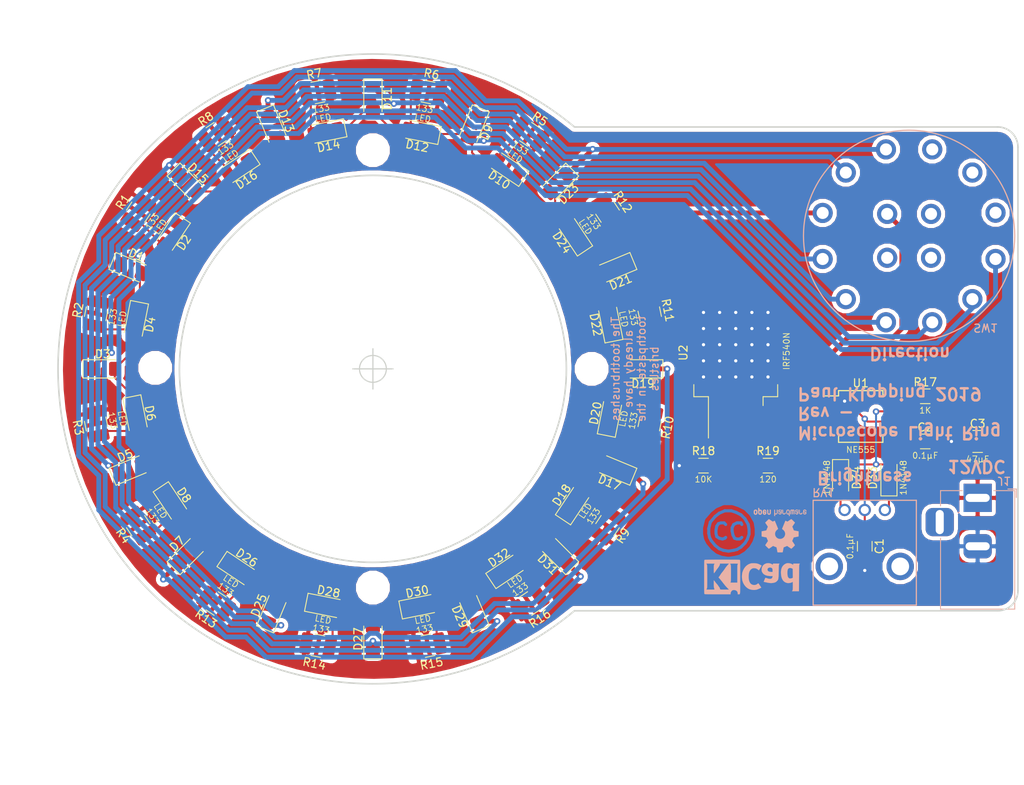
<source format=kicad_pcb>
(kicad_pcb (version 20171130) (host pcbnew "(5.0.2)-1")
  (layers (0 F.Cu signal) (31 B.Cu signal hide) (34 B.Paste user) (35 F.Paste user) (36 B.SilkS user) (37 F.SilkS user) (38 B.Mask user) (39 F.Mask user) (44 Edge.Cuts user))
  (net 0 "")
  (net 1 "Net-(C1-Pad1)")
  (net 2 GND)
  (net 3 "Net-(C2-Pad1)")
  (net 4 "Net-(D1-Pad2)")
  (net 5 "Net-(D1-Pad1)")
  (net 6 "Net-(D2-Pad2)")
  (net 7 "Net-(D3-Pad1)")
  (net 8 "Net-(D4-Pad2)")
  (net 9 "Net-(D5-Pad1)")
  (net 10 "Net-(D6-Pad2)")
  (net 11 "Net-(D15-Pad1)")
  (net 12 "Net-(D8-Pad2)")
  (net 13 "Net-(D10-Pad1)")
  (net 14 "Net-(D10-Pad2)")
  (net 15 "Net-(D11-Pad1)")
  (net 16 "Net-(D12-Pad2)")
  (net 17 "Net-(D13-Pad1)")
  (net 18 "Net-(D14-Pad2)")
  (net 19 "Net-(D16-Pad2)")
  (net 20 "Net-(D17-Pad2)")
  (net 21 "Net-(D18-Pad2)")
  (net 22 "Net-(D19-Pad1)")
  (net 23 "Net-(D20-Pad2)")
  (net 24 "Net-(D21-Pad1)")
  (net 25 "Net-(D22-Pad2)")
  (net 26 "Net-(D24-Pad2)")
  (net 27 "Net-(D25-Pad2)")
  (net 28 "Net-(D26-Pad2)")
  (net 29 "Net-(D28-Pad2)")
  (net 30 "Net-(D29-Pad1)")
  (net 31 "Net-(D30-Pad2)")
  (net 32 "Net-(D32-Pad2)")
  (net 33 "Net-(D33-Pad1)")
  (net 34 "Net-(D33-Pad2)")
  (net 35 "Net-(D34-Pad2)")
  (net 36 +12V)
  (net 37 "Net-(J1-Pad3)")
  (net 38 "Net-(SW1-Pad10)")
  (net 39 "Net-(SW1-Pad11)")
  (net 40 "Net-(SW1-Pad12)")
  (net 41 "Net-(SW1-PadD)")
  (net 42 "Net-(SW1-PadA)")
  (net 43 "Net-(SW1-PadB)")
  (net 44 "Net-(SW1-PadC)")
  (net 45 "Net-(R18-Pad2)")
  (net 46 "Net-(R19-Pad2)")
  (module Resistor_SMD:R_1206_3216Metric_Pad1.42x1.75mm_HandSolder (layer F.Cu) (at 171 102)
    (fp_text reference R18 (at 0 -1.82) (layer F.SilkS))
    (fp_text value 10K (at 0 1.7) (layer F.SilkS) (effects (font (size 0.75 0.75) (thickness 0.1))))
    (pad 1 smd roundrect (at -1.4875 0) (size 1.425 1.75) (layers F.Cu F.Paste F.Mask) (roundrect_rratio 0.175439) (net 2 GND))
    (pad 2 smd roundrect (at 1.4875 0) (size 1.425 1.75) (layers F.Cu F.Paste F.Mask) (roundrect_rratio 0.175439) (net 45 "Net-(R18-Pad2)"))
  )
  (module Resistor_SMD:R_1206_3216Metric_Pad1.42x1.75mm_HandSolder (layer F.Cu) (at 179 102)
    (fp_text reference R19 (at 0 -1.82) (layer F.SilkS))
    (fp_text value 120 (at 0 1.7) (layer F.SilkS) (effects (font (size 0.75 0.75) (thickness 0.1))))
    (pad 1 smd roundrect (at -1.4875 0) (size 1.425 1.75) (layers F.Cu F.Paste F.Mask) (roundrect_rratio 0.175439) (net 45 "Net-(R18-Pad2)"))
    (pad 2 smd roundrect (at 1.4875 0) (size 1.425 1.75) (layers F.Cu F.Paste F.Mask) (roundrect_rratio 0.175439) (net 46 "Net-(R19-Pad2)"))
  )
  (module MountingHole:MountingHole_3.2mm_M3 (layer F.Cu) (at 103 90)
    (fp_text reference REF** hide)
    (fp_text value MountingHole_3.2mm_M3 hide)
    (pad "" np_thru_hole circle (at 0 -0.125) (size 3.2 3.2) (drill 3.2) (layers *.Cu *.Mask))
  )
  (module MountingHole:MountingHole_3.2mm_M3 (layer F.Cu) (at 157 90)
    (fp_text reference REF** hide)
    (fp_text value MountingHole_3.2mm_M3 hide)
    (pad "" np_thru_hole circle (at 0.125 0) (size 3.2 3.2) (drill 3.2) (layers *.Cu *.Mask))
  )
  (module MountingHole:MountingHole_3.2mm_M3 (layer F.Cu) (at 130 117)
    (fp_text reference REF** hide)
    (fp_text value MountingHole_3.2mm_M3 hide)
    (pad "" np_thru_hole circle (at 0 0.125) (size 3.2 3.2) (drill 3.2) (layers *.Cu *.Mask))
  )
  (module Capacitor_SMD:C_1206_3216Metric_Pad1.42x1.75mm_HandSolder (layer F.Cu) (at 191 112 270)
    (fp_text reference C1 (at 0 -1.82 270) (layer F.SilkS))
    (fp_text value 0.1µF (at 0 1.82 270) (layer F.SilkS) (effects (font (size 0.75 0.75) (thickness 0.1))))
    (pad 1 smd roundrect (at -1.4875 0 270) (size 1.425 1.75) (layers F.Cu F.Paste F.Mask) (roundrect_rratio 0.175439) (net 1 "Net-(C1-Pad1)"))
    (pad 2 smd roundrect (at 1.4875 0 270) (size 1.425 1.75) (layers F.Cu F.Paste F.Mask) (roundrect_rratio 0.175439) (net 2 GND))
  )
  (module Capacitor_SMD:C_1206_3216Metric_Pad1.42x1.75mm_HandSolder (layer F.Cu) (at 198.5 99)
    (fp_text reference C2 (at 0 -1.75) (layer F.SilkS))
    (fp_text value 0.1µF (at 0 1.75) (layer F.SilkS) (effects (font (size 0.75 0.75) (thickness 0.1))))
    (pad 2 smd roundrect (at 1.4875 0) (size 1.425 1.75) (layers F.Cu F.Paste F.Mask) (roundrect_rratio 0.175439) (net 2 GND))
    (pad 1 smd roundrect (at -1.4875 0) (size 1.425 1.75) (layers F.Cu F.Paste F.Mask) (roundrect_rratio 0.175439) (net 3 "Net-(C2-Pad1)"))
  )
  (module Diode_SMD:D_1206_3216Metric_Pad1.42x1.75mm_HandSolder (layer F.Cu) (at 99.97 77.56 337.5)
    (fp_text reference D1 (at 0 -1.82 337.5) (layer F.SilkS))
    (fp_text value D)
    (pad 2 smd roundrect (at 1.4875 0 337.5) (size 1.425 1.75) (layers F.Cu F.Paste F.Mask) (roundrect_rratio 0.175439) (net 4 "Net-(D1-Pad2)"))
    (pad 1 smd roundrect (at -1.4875 0 337.5) (size 1.425 1.75) (layers F.Cu F.Paste F.Mask) (roundrect_rratio 0.175439) (net 5 "Net-(D1-Pad1)"))
  )
  (module LED_SMD:LED_1206_3216Metric_Pad1.42x1.75mm_HandSolder (layer F.Cu) (at 105.06 73.33 236.3)
    (fp_text reference D2 (at 0 -1.82 236.3) (layer F.SilkS))
    (fp_text value LED (at 0 1.7 236.3) (layer F.SilkS) (effects (font (size 0.75 0.75) (thickness 0.1))))
    (pad 1 smd roundrect (at -1.4875 0 236.3) (size 1.425 1.75) (layers F.Cu F.Paste F.Mask) (roundrect_rratio 0.175439) (net 4 "Net-(D1-Pad2)"))
    (pad 2 smd roundrect (at 1.4875 0 236.3) (size 1.425 1.75) (layers F.Cu F.Paste F.Mask) (roundrect_rratio 0.175439) (net 6 "Net-(D2-Pad2)"))
  )
  (module Diode_SMD:D_1206_3216Metric_Pad1.42x1.75mm_HandSolder (layer F.Cu) (at 96.5 90)
    (fp_text reference D3 (at 0 -1.82) (layer F.SilkS))
    (fp_text value D)
    (pad 1 smd roundrect (at -1.4875 0) (size 1.425 1.75) (layers F.Cu F.Paste F.Mask) (roundrect_rratio 0.175439) (net 7 "Net-(D3-Pad1)"))
    (pad 2 smd roundrect (at 1.4875 0) (size 1.425 1.75) (layers F.Cu F.Paste F.Mask) (roundrect_rratio 0.175439) (net 4 "Net-(D1-Pad2)"))
  )
  (module LED_SMD:LED_1206_3216Metric_Pad1.42x1.75mm_HandSolder (layer F.Cu) (at 100.58 84.15 258.8)
    (fp_text reference D4 (at 0 -1.82 258.8) (layer F.SilkS))
    (fp_text value LED (at 0 1.7 258.8) (layer F.SilkS) (effects (font (size 0.75 0.75) (thickness 0.1))))
    (pad 1 smd roundrect (at -1.4875 0 258.8) (size 1.425 1.75) (layers F.Cu F.Paste F.Mask) (roundrect_rratio 0.175439) (net 4 "Net-(D1-Pad2)"))
    (pad 2 smd roundrect (at 1.4875 0 258.8) (size 1.425 1.75) (layers F.Cu F.Paste F.Mask) (roundrect_rratio 0.175439) (net 8 "Net-(D4-Pad2)"))
  )
  (module Diode_SMD:D_1206_3216Metric_Pad1.42x1.75mm_HandSolder (layer F.Cu) (at 99.97 102.44 22.5)
    (fp_text reference D5 (at 0 -1.82 22.5) (layer F.SilkS))
    (fp_text value D)
    (pad 2 smd roundrect (at 1.4875 0 22.5) (size 1.425 1.75) (layers F.Cu F.Paste F.Mask) (roundrect_rratio 0.175439) (net 4 "Net-(D1-Pad2)"))
    (pad 1 smd roundrect (at -1.4875 0 22.5) (size 1.425 1.75) (layers F.Cu F.Paste F.Mask) (roundrect_rratio 0.175439) (net 9 "Net-(D5-Pad1)"))
  )
  (module LED_SMD:LED_1206_3216Metric_Pad1.42x1.75mm_HandSolder (layer F.Cu) (at 100.58 95.85 281.3)
    (fp_text reference D6 (at 0 -1.82 281.3) (layer F.SilkS))
    (fp_text value LED (at 0 1.7 281.3) (layer F.SilkS) (effects (font (size 0.75 0.75) (thickness 0.1))))
    (pad 2 smd roundrect (at 1.4875 0 281.3) (size 1.425 1.75) (layers F.Cu F.Paste F.Mask) (roundrect_rratio 0.175439) (net 10 "Net-(D6-Pad2)"))
    (pad 1 smd roundrect (at -1.4875 0 281.3) (size 1.425 1.75) (layers F.Cu F.Paste F.Mask) (roundrect_rratio 0.175439) (net 4 "Net-(D1-Pad2)"))
  )
  (module Diode_SMD:D_1206_3216Metric_Pad1.42x1.75mm_HandSolder (layer F.Cu) (at 107.02 112.98 45)
    (fp_text reference D7 (at 0 -1.82 45) (layer F.SilkS))
    (fp_text value D)
    (pad 1 smd roundrect (at -1.4875 0 45) (size 1.425 1.75) (layers F.Cu F.Paste F.Mask) (roundrect_rratio 0.175439) (net 11 "Net-(D15-Pad1)"))
    (pad 2 smd roundrect (at 1.4875 0 45) (size 1.425 1.75) (layers F.Cu F.Paste F.Mask) (roundrect_rratio 0.175439) (net 4 "Net-(D1-Pad2)"))
  )
  (module LED_SMD:LED_1206_3216Metric_Pad1.42x1.75mm_HandSolder (layer F.Cu) (at 105.06 106.67 303.8)
    (fp_text reference D8 (at 0 -1.82 303.8) (layer F.SilkS))
    (fp_text value LED (at 0 1.7 303.8) (layer F.SilkS) (effects (font (size 0.75 0.75) (thickness 0.1))))
    (pad 2 smd roundrect (at 1.4875 0 303.8) (size 1.425 1.75) (layers F.Cu F.Paste F.Mask) (roundrect_rratio 0.175439) (net 12 "Net-(D8-Pad2)"))
    (pad 1 smd roundrect (at -1.4875 0 303.8) (size 1.425 1.75) (layers F.Cu F.Paste F.Mask) (roundrect_rratio 0.175439) (net 4 "Net-(D1-Pad2)"))
  )
  (module Diode_SMD:D_1206_3216Metric_Pad1.42x1.75mm_HandSolder (layer F.Cu) (at 142.44 59.97 247.5)
    (fp_text reference D9 (at 0 -1.82 247.5) (layer F.SilkS))
    (fp_text value D)
    (pad 2 smd roundrect (at 1.4875 0 247.5) (size 1.425 1.75) (layers F.Cu F.Paste F.Mask) (roundrect_rratio 0.175439) (net 13 "Net-(D10-Pad1)"))
    (pad 1 smd roundrect (at -1.4875 0 247.5) (size 1.425 1.75) (layers F.Cu F.Paste F.Mask) (roundrect_rratio 0.175439) (net 7 "Net-(D3-Pad1)"))
  )
  (module LED_SMD:LED_1206_3216Metric_Pad1.42x1.75mm_HandSolder (layer F.Cu) (at 146.67 65.06 146.3)
    (fp_text reference D10 (at 0 -1.82 146.3) (layer F.SilkS))
    (fp_text value LED (at 0 1.7 146.3) (layer F.SilkS) (effects (font (size 0.75 0.75) (thickness 0.1))))
    (pad 1 smd roundrect (at -1.4875 0 146.3) (size 1.425 1.75) (layers F.Cu F.Paste F.Mask) (roundrect_rratio 0.175439) (net 13 "Net-(D10-Pad1)"))
    (pad 2 smd roundrect (at 1.4875 0 146.3) (size 1.425 1.75) (layers F.Cu F.Paste F.Mask) (roundrect_rratio 0.175439) (net 14 "Net-(D10-Pad2)"))
  )
  (module Diode_SMD:D_1206_3216Metric_Pad1.42x1.75mm_HandSolder (layer F.Cu) (at 130 56.5 270)
    (fp_text reference D11 (at 0 -1.82 270) (layer F.SilkS))
    (fp_text value D)
    (pad 1 smd roundrect (at -1.4875 0 270) (size 1.425 1.75) (layers F.Cu F.Paste F.Mask) (roundrect_rratio 0.175439) (net 15 "Net-(D11-Pad1)"))
    (pad 2 smd roundrect (at 1.4875 0 270) (size 1.425 1.75) (layers F.Cu F.Paste F.Mask) (roundrect_rratio 0.175439) (net 13 "Net-(D10-Pad1)"))
  )
  (module LED_SMD:LED_1206_3216Metric_Pad1.42x1.75mm_HandSolder (layer F.Cu) (at 135.85 60.58 168.8)
    (fp_text reference D12 (at 0 -1.82 168.8) (layer F.SilkS))
    (fp_text value LED (at 0 1.7 168.8) (layer F.SilkS) (effects (font (size 0.75 0.75) (thickness 0.1))))
    (pad 2 smd roundrect (at 1.4875 0 168.8) (size 1.425 1.75) (layers F.Cu F.Paste F.Mask) (roundrect_rratio 0.175439) (net 16 "Net-(D12-Pad2)"))
    (pad 1 smd roundrect (at -1.4875 0 168.8) (size 1.425 1.75) (layers F.Cu F.Paste F.Mask) (roundrect_rratio 0.175439) (net 13 "Net-(D10-Pad1)"))
  )
  (module Diode_SMD:D_1206_3216Metric_Pad1.42x1.75mm_HandSolder (layer F.Cu) (at 117.56 59.97 292.5)
    (fp_text reference D13 (at 0 -1.82 292.5) (layer F.SilkS))
    (fp_text value D)
    (pad 2 smd roundrect (at 1.4875 0 292.5) (size 1.425 1.75) (layers F.Cu F.Paste F.Mask) (roundrect_rratio 0.175439) (net 13 "Net-(D10-Pad1)"))
    (pad 1 smd roundrect (at -1.4875 0 292.5) (size 1.425 1.75) (layers F.Cu F.Paste F.Mask) (roundrect_rratio 0.175439) (net 17 "Net-(D13-Pad1)"))
  )
  (module LED_SMD:LED_1206_3216Metric_Pad1.42x1.75mm_HandSolder (layer F.Cu) (at 124.15 60.58 191.3)
    (fp_text reference D14 (at 0 -1.82 191.3) (layer F.SilkS))
    (fp_text value LED (at 0 1.7 191.3) (layer F.SilkS) (effects (font (size 0.75 0.75) (thickness 0.1))))
    (pad 2 smd roundrect (at 1.4875 0 191.3) (size 1.425 1.75) (layers F.Cu F.Paste F.Mask) (roundrect_rratio 0.175439) (net 18 "Net-(D14-Pad2)"))
    (pad 1 smd roundrect (at -1.4875 0 191.3) (size 1.425 1.75) (layers F.Cu F.Paste F.Mask) (roundrect_rratio 0.175439) (net 13 "Net-(D10-Pad1)"))
  )
  (module Diode_SMD:D_1206_3216Metric_Pad1.42x1.75mm_HandSolder (layer F.Cu) (at 107.02 67.02 315)
    (fp_text reference D15 (at 0 -1.82 315) (layer F.SilkS))
    (fp_text value D)
    (pad 2 smd roundrect (at 1.4875 0 315) (size 1.425 1.75) (layers F.Cu F.Paste F.Mask) (roundrect_rratio 0.175439) (net 13 "Net-(D10-Pad1)"))
    (pad 1 smd roundrect (at -1.4875 0 315) (size 1.425 1.75) (layers F.Cu F.Paste F.Mask) (roundrect_rratio 0.175439) (net 11 "Net-(D15-Pad1)"))
  )
  (module LED_SMD:LED_1206_3216Metric_Pad1.42x1.75mm_HandSolder (layer F.Cu) (at 113.33 65.06 213.7)
    (fp_text reference D16 (at 0 -1.82 213.7) (layer F.SilkS))
    (fp_text value LED (at 0 1.7 213.7) (layer F.SilkS) (effects (font (size 0.75 0.75) (thickness 0.1))))
    (pad 2 smd roundrect (at 1.4875 0 213.7) (size 1.425 1.75) (layers F.Cu F.Paste F.Mask) (roundrect_rratio 0.175439) (net 19 "Net-(D16-Pad2)"))
    (pad 1 smd roundrect (at -1.4875 0 213.7) (size 1.425 1.75) (layers F.Cu F.Paste F.Mask) (roundrect_rratio 0.175439) (net 13 "Net-(D10-Pad1)"))
  )
  (module Diode_SMD:D_1206_3216Metric_Pad1.42x1.75mm_HandSolder (layer F.Cu) (at 160.03 102.44 157.5)
    (fp_text reference D17 (at 0 -1.82 157.5) (layer F.SilkS))
    (fp_text value D)
    (pad 1 smd roundrect (at -1.4875 0 157.5) (size 1.425 1.75) (layers F.Cu F.Paste F.Mask) (roundrect_rratio 0.175439) (net 15 "Net-(D11-Pad1)"))
    (pad 2 smd roundrect (at 1.4875 0 157.5) (size 1.425 1.75) (layers F.Cu F.Paste F.Mask) (roundrect_rratio 0.175439) (net 20 "Net-(D17-Pad2)"))
  )
  (module LED_SMD:LED_1206_3216Metric_Pad1.42x1.75mm_HandSolder (layer F.Cu) (at 154.94 106.67 56.3)
    (fp_text reference D18 (at 0 -1.82 56.3) (layer F.SilkS))
    (fp_text value LED (at 0 1.7 56.3) (layer F.SilkS) (effects (font (size 0.75 0.75) (thickness 0.1))))
    (pad 1 smd roundrect (at -1.4875 0 56.3) (size 1.425 1.75) (layers F.Cu F.Paste F.Mask) (roundrect_rratio 0.175439) (net 20 "Net-(D17-Pad2)"))
    (pad 2 smd roundrect (at 1.4875 0 56.3) (size 1.425 1.75) (layers F.Cu F.Paste F.Mask) (roundrect_rratio 0.175439) (net 21 "Net-(D18-Pad2)"))
  )
  (module Diode_SMD:D_1206_3216Metric_Pad1.42x1.75mm_HandSolder (layer F.Cu) (at 163.5 90 180)
    (fp_text reference D19 (at 0 -1.82 180) (layer F.SilkS))
    (fp_text value D)
    (pad 2 smd roundrect (at 1.4875 0 180) (size 1.425 1.75) (layers F.Cu F.Paste F.Mask) (roundrect_rratio 0.175439) (net 20 "Net-(D17-Pad2)"))
    (pad 1 smd roundrect (at -1.4875 0 180) (size 1.425 1.75) (layers F.Cu F.Paste F.Mask) (roundrect_rratio 0.175439) (net 22 "Net-(D19-Pad1)"))
  )
  (module LED_SMD:LED_1206_3216Metric_Pad1.42x1.75mm_HandSolder (layer F.Cu) (at 159.42 95.85 78.8)
    (fp_text reference D20 (at 0 -1.82 78.8) (layer F.SilkS))
    (fp_text value LED (at 0 1.7 78.8) (layer F.SilkS) (effects (font (size 0.75 0.75) (thickness 0.1))))
    (pad 1 smd roundrect (at -1.4875 0 78.8) (size 1.425 1.75) (layers F.Cu F.Paste F.Mask) (roundrect_rratio 0.175439) (net 20 "Net-(D17-Pad2)"))
    (pad 2 smd roundrect (at 1.4875 0 78.8) (size 1.425 1.75) (layers F.Cu F.Paste F.Mask) (roundrect_rratio 0.175439) (net 23 "Net-(D20-Pad2)"))
  )
  (module Diode_SMD:D_1206_3216Metric_Pad1.42x1.75mm_HandSolder (layer F.Cu) (at 160.03 77.56 202.5)
    (fp_text reference D21 (at 0 -1.82 202.5) (layer F.SilkS))
    (fp_text value D)
    (pad 1 smd roundrect (at -1.4875 0 202.5) (size 1.425 1.75) (layers F.Cu F.Paste F.Mask) (roundrect_rratio 0.175439) (net 24 "Net-(D21-Pad1)"))
    (pad 2 smd roundrect (at 1.4875 0 202.5) (size 1.425 1.75) (layers F.Cu F.Paste F.Mask) (roundrect_rratio 0.175439) (net 20 "Net-(D17-Pad2)"))
  )
  (module LED_SMD:LED_1206_3216Metric_Pad1.42x1.75mm_HandSolder (layer F.Cu) (at 159.42 84.15 101.2)
    (fp_text reference D22 (at 0 -1.82 101.2) (layer F.SilkS))
    (fp_text value LED (at 0 1.7 101.2) (layer F.SilkS) (effects (font (size 0.75 0.75) (thickness 0.1))))
    (pad 1 smd roundrect (at -1.4875 0 101.2) (size 1.425 1.75) (layers F.Cu F.Paste F.Mask) (roundrect_rratio 0.175439) (net 20 "Net-(D17-Pad2)"))
    (pad 2 smd roundrect (at 1.4875 0 101.2) (size 1.425 1.75) (layers F.Cu F.Paste F.Mask) (roundrect_rratio 0.175439) (net 25 "Net-(D22-Pad2)"))
  )
  (module Diode_SMD:D_1206_3216Metric_Pad1.42x1.75mm_HandSolder (layer F.Cu) (at 152.98 67.02 225)
    (fp_text reference D23 (at 0 -1.82 225) (layer F.SilkS))
    (fp_text value D)
    (pad 2 smd roundrect (at 1.4875 0 225) (size 1.425 1.75) (layers F.Cu F.Paste F.Mask) (roundrect_rratio 0.175439) (net 20 "Net-(D17-Pad2)"))
    (pad 1 smd roundrect (at -1.4875 0 225) (size 1.425 1.75) (layers F.Cu F.Paste F.Mask) (roundrect_rratio 0.175439) (net 11 "Net-(D15-Pad1)"))
  )
  (module LED_SMD:LED_1206_3216Metric_Pad1.42x1.75mm_HandSolder (layer F.Cu) (at 154.94 73.33 123.7)
    (fp_text reference D24 (at 0 -1.82 123.7) (layer F.SilkS))
    (fp_text value LED (at 0 1.7 123.7) (layer F.SilkS) (effects (font (size 0.75 0.75) (thickness 0.1))))
    (pad 2 smd roundrect (at 1.4875 0 123.7) (size 1.425 1.75) (layers F.Cu F.Paste F.Mask) (roundrect_rratio 0.175439) (net 26 "Net-(D24-Pad2)"))
    (pad 1 smd roundrect (at -1.4875 0 123.7) (size 1.425 1.75) (layers F.Cu F.Paste F.Mask) (roundrect_rratio 0.175439) (net 20 "Net-(D17-Pad2)"))
  )
  (module Diode_SMD:D_1206_3216Metric_Pad1.42x1.75mm_HandSolder (layer F.Cu) (at 117.56 120.03 67.5)
    (fp_text reference D25 (at 0 -1.82 67.5) (layer F.SilkS))
    (fp_text value D)
    (pad 1 smd roundrect (at -1.4875 0 67.5) (size 1.425 1.75) (layers F.Cu F.Paste F.Mask) (roundrect_rratio 0.175439) (net 5 "Net-(D1-Pad1)"))
    (pad 2 smd roundrect (at 1.4875 0 67.5) (size 1.425 1.75) (layers F.Cu F.Paste F.Mask) (roundrect_rratio 0.175439) (net 27 "Net-(D25-Pad2)"))
  )
  (module LED_SMD:LED_1206_3216Metric_Pad1.42x1.75mm_HandSolder (layer F.Cu) (at 113.33 114.94 326.3)
    (fp_text reference D26 (at 0 -1.82 326.3) (layer F.SilkS))
    (fp_text value LED (at 0 1.7 326.3) (layer F.SilkS) (effects (font (size 0.75 0.75) (thickness 0.1))))
    (pad 2 smd roundrect (at 1.4875 0 326.3) (size 1.425 1.75) (layers F.Cu F.Paste F.Mask) (roundrect_rratio 0.175439) (net 28 "Net-(D26-Pad2)"))
    (pad 1 smd roundrect (at -1.4875 0 326.3) (size 1.425 1.75) (layers F.Cu F.Paste F.Mask) (roundrect_rratio 0.175439) (net 27 "Net-(D25-Pad2)"))
  )
  (module Diode_SMD:D_1206_3216Metric_Pad1.42x1.75mm_HandSolder (layer F.Cu) (at 130 123.5 90)
    (fp_text reference D27 (at 0 -1.82 90) (layer F.SilkS))
    (fp_text value D)
    (pad 2 smd roundrect (at 1.4875 0 90) (size 1.425 1.75) (layers F.Cu F.Paste F.Mask) (roundrect_rratio 0.175439) (net 27 "Net-(D25-Pad2)"))
    (pad 1 smd roundrect (at -1.4875 0 90) (size 1.425 1.75) (layers F.Cu F.Paste F.Mask) (roundrect_rratio 0.175439) (net 22 "Net-(D19-Pad1)"))
  )
  (module LED_SMD:LED_1206_3216Metric_Pad1.42x1.75mm_HandSolder (layer F.Cu) (at 124.15 119.42 348.8)
    (fp_text reference D28 (at 0 -1.82 348.8) (layer F.SilkS))
    (fp_text value LED (at 0 1.7 348.8) (layer F.SilkS) (effects (font (size 0.75 0.75) (thickness 0.1))))
    (pad 1 smd roundrect (at -1.4875 0 348.8) (size 1.425 1.75) (layers F.Cu F.Paste F.Mask) (roundrect_rratio 0.175439) (net 27 "Net-(D25-Pad2)"))
    (pad 2 smd roundrect (at 1.4875 0 348.8) (size 1.425 1.75) (layers F.Cu F.Paste F.Mask) (roundrect_rratio 0.175439) (net 29 "Net-(D28-Pad2)"))
  )
  (module Diode_SMD:D_1206_3216Metric_Pad1.42x1.75mm_HandSolder (layer F.Cu) (at 142.44 120.03 113)
    (fp_text reference D29 (at 0 -1.82 113) (layer F.SilkS))
    (fp_text value D)
    (pad 1 smd roundrect (at -1.4875 0 113) (size 1.425 1.75) (layers F.Cu F.Paste F.Mask) (roundrect_rratio 0.175439) (net 30 "Net-(D29-Pad1)"))
    (pad 2 smd roundrect (at 1.4875 0 113) (size 1.425 1.75) (layers F.Cu F.Paste F.Mask) (roundrect_rratio 0.175439) (net 27 "Net-(D25-Pad2)"))
  )
  (module LED_SMD:LED_1206_3216Metric_Pad1.42x1.75mm_HandSolder (layer F.Cu) (at 135.85 119.42 11.3)
    (fp_text reference D30 (at 0 -1.82 11.3) (layer F.SilkS))
    (fp_text value LED (at 0 1.7 11.3) (layer F.SilkS) (effects (font (size 0.75 0.75) (thickness 0.1))))
    (pad 2 smd roundrect (at 1.4875 0 11.3) (size 1.425 1.75) (layers F.Cu F.Paste F.Mask) (roundrect_rratio 0.175439) (net 31 "Net-(D30-Pad2)"))
    (pad 1 smd roundrect (at -1.4875 0 11.3) (size 1.425 1.75) (layers F.Cu F.Paste F.Mask) (roundrect_rratio 0.175439) (net 27 "Net-(D25-Pad2)"))
  )
  (module Diode_SMD:D_1206_3216Metric_Pad1.42x1.75mm_HandSolder (layer F.Cu) (at 152.98 112.98 135)
    (fp_text reference D31 (at 0 -1.82 135) (layer F.SilkS))
    (fp_text value D)
    (pad 1 smd roundrect (at -1.4875 0 135) (size 1.425 1.75) (layers F.Cu F.Paste F.Mask) (roundrect_rratio 0.175439) (net 11 "Net-(D15-Pad1)"))
    (pad 2 smd roundrect (at 1.4875 0 135) (size 1.425 1.75) (layers F.Cu F.Paste F.Mask) (roundrect_rratio 0.175439) (net 27 "Net-(D25-Pad2)"))
  )
  (module LED_SMD:LED_1206_3216Metric_Pad1.42x1.75mm_HandSolder (layer F.Cu) (at 146.67 114.94 33.8)
    (fp_text reference D32 (at 0 -1.82 33.8) (layer F.SilkS))
    (fp_text value LED (at 0 1.7 33.8) (layer F.SilkS) (effects (font (size 0.75 0.75) (thickness 0.1))))
    (pad 1 smd roundrect (at -1.4875 0 33.8) (size 1.425 1.75) (layers F.Cu F.Paste F.Mask) (roundrect_rratio 0.175439) (net 27 "Net-(D25-Pad2)"))
    (pad 2 smd roundrect (at 1.4875 0 33.8) (size 1.425 1.75) (layers F.Cu F.Paste F.Mask) (roundrect_rratio 0.175439) (net 32 "Net-(D32-Pad2)"))
  )
  (module Diode_SMD:D_SOD-123 (layer F.Cu) (at 194 103.5 90)
    (fp_text reference D33 (at 0 -2 90) (layer F.SilkS))
    (fp_text value 1N4148 (at 0 1.8 90) (layer F.SilkS) (effects (font (size 0.75 0.75) (thickness 0.1))))
    (pad 1 smd rect (at -1.65 0 90) (size 0.9 1.2) (layers F.Cu F.Paste F.Mask) (net 33 "Net-(D33-Pad1)"))
    (pad 2 smd rect (at 1.65 0 90) (size 0.9 1.2) (layers F.Cu F.Paste F.Mask) (net 34 "Net-(D33-Pad2)"))
  )
  (module Diode_SMD:D_SOD-123 (layer F.Cu) (at 188 103.5 270)
    (fp_text reference D34 (at 0 -2 270) (layer F.SilkS))
    (fp_text value 1N4148 (at 0 1.7 270) (layer F.SilkS) (effects (font (size 0.75 0.75) (thickness 0.1))))
    (pad 2 smd rect (at 1.65 0 270) (size 0.9 1.2) (layers F.Cu F.Paste F.Mask) (net 35 "Net-(D34-Pad2)"))
    (pad 1 smd rect (at -1.65 0 270) (size 0.9 1.2) (layers F.Cu F.Paste F.Mask) (net 34 "Net-(D33-Pad2)"))
  )
  (module Connector_BarrelJack:BarrelJack_Horizontal (layer B.Cu) (at 205 106 90)
    (fp_text reference J1 (at 2.1 3.3 180 unlocked) (layer B.SilkS) (effects (justify mirror)))
    (fp_text value Barrel_Jack_Switch)
    (pad 1 thru_hole rect (at 0 0 90) (size 3.5 3.5) (drill oval 1 3) (layers *.Cu *.Mask) (net 36 +12V))
    (pad 2 thru_hole roundrect (at -6 0 90) (size 3 3.5) (drill oval 1 3) (layers *.Cu *.Mask) (net 2 GND))
    (pad 3 thru_hole roundrect (at -3 -4.7 90) (size 3.5 3.5) (drill oval 3 1) (layers *.Cu *.Mask) (net 37 "Net-(J1-Pad3)"))
  )
  (module Resistor_SMD:R_1210_3225Metric_Pad1.42x2.65mm_HandSolder (layer F.Cu) (at 100.9 70.56 56.3)
    (fp_text reference R1 (at 0 -2.28 56.3) (layer F.SilkS))
    (fp_text value 133 (at 0 2.1 56.3) (layer F.SilkS) (effects (font (size 0.75 0.75) (thickness 0.1))))
    (pad 2 smd roundrect (at 1.4875 0 56.3) (size 1.425 2.65) (layers F.Cu F.Paste F.Mask) (roundrect_rratio 0.175439) (net 36 +12V))
    (pad 1 smd roundrect (at -1.4875 0 56.3) (size 1.425 2.65) (layers F.Cu F.Paste F.Mask) (roundrect_rratio 0.175439) (net 6 "Net-(D2-Pad2)"))
  )
  (module Resistor_SMD:R_1210_3225Metric_Pad1.42x2.65mm_HandSolder (layer F.Cu) (at 95.67 83.17 78.8)
    (fp_text reference R2 (at 0 -2.28 78.8) (layer F.SilkS))
    (fp_text value 133 (at 0 2.1 78.8) (layer F.SilkS) (effects (font (size 0.75 0.75) (thickness 0.1))))
    (pad 1 smd roundrect (at -1.4875 0 78.8) (size 1.425 2.65) (layers F.Cu F.Paste F.Mask) (roundrect_rratio 0.175439) (net 8 "Net-(D4-Pad2)"))
    (pad 2 smd roundrect (at 1.4875 0 78.8) (size 1.425 2.65) (layers F.Cu F.Paste F.Mask) (roundrect_rratio 0.175439) (net 36 +12V))
  )
  (module Resistor_SMD:R_1210_3225Metric_Pad1.42x2.65mm_HandSolder (layer F.Cu) (at 95.67 96.83 101.3)
    (fp_text reference R3 (at 0 -2.28 101.3) (layer F.SilkS))
    (fp_text value 133 (at 0 2.1 101.3) (layer F.SilkS) (effects (font (size 0.75 0.75) (thickness 0.1))))
    (pad 2 smd roundrect (at 1.4875 0 101.3) (size 1.425 2.65) (layers F.Cu F.Paste F.Mask) (roundrect_rratio 0.175439) (net 36 +12V))
    (pad 1 smd roundrect (at -1.4875 0 101.3) (size 1.425 2.65) (layers F.Cu F.Paste F.Mask) (roundrect_rratio 0.175439) (net 10 "Net-(D6-Pad2)"))
  )
  (module Resistor_SMD:R_1210_3225Metric_Pad1.42x2.65mm_HandSolder (layer F.Cu) (at 100.9 109.44 123.8)
    (fp_text reference R4 (at 0 -2.28 123.8) (layer F.SilkS))
    (fp_text value 133 (at 0 2.1 123.8) (layer F.SilkS) (effects (font (size 0.75 0.75) (thickness 0.1))))
    (pad 1 smd roundrect (at -1.4875 0 123.8) (size 1.425 2.65) (layers F.Cu F.Paste F.Mask) (roundrect_rratio 0.175439) (net 12 "Net-(D8-Pad2)"))
    (pad 2 smd roundrect (at 1.4875 0 123.8) (size 1.425 2.65) (layers F.Cu F.Paste F.Mask) (roundrect_rratio 0.175439) (net 36 +12V))
  )
  (module Resistor_SMD:R_1210_3225Metric_Pad1.42x2.65mm_HandSolder (layer F.Cu) (at 149.44 60.9 326.3)
    (fp_text reference R5 (at 0 -2.28 326.3) (layer F.SilkS))
    (fp_text value 133 (at 0 2.1 326.3) (layer F.SilkS) (effects (font (size 0.75 0.75) (thickness 0.1))))
    (pad 1 smd roundrect (at -1.4875 0 326.3) (size 1.425 2.65) (layers F.Cu F.Paste F.Mask) (roundrect_rratio 0.175439) (net 14 "Net-(D10-Pad2)"))
    (pad 2 smd roundrect (at 1.4875 0 326.3) (size 1.425 2.65) (layers F.Cu F.Paste F.Mask) (roundrect_rratio 0.175439) (net 36 +12V))
  )
  (module Resistor_SMD:R_1210_3225Metric_Pad1.42x2.65mm_HandSolder (layer F.Cu) (at 136.83 55.67 348.8)
    (fp_text reference R6 (at 0 -2.28 348.8) (layer F.SilkS))
    (fp_text value 133 (at 0 2.1 348.8) (layer F.SilkS) (effects (font (size 0.75 0.75) (thickness 0.1))))
    (pad 2 smd roundrect (at 1.4875 0 348.8) (size 1.425 2.65) (layers F.Cu F.Paste F.Mask) (roundrect_rratio 0.175439) (net 36 +12V))
    (pad 1 smd roundrect (at -1.4875 0 348.8) (size 1.425 2.65) (layers F.Cu F.Paste F.Mask) (roundrect_rratio 0.175439) (net 16 "Net-(D12-Pad2)"))
  )
  (module Resistor_SMD:R_1210_3225Metric_Pad1.42x2.65mm_HandSolder (layer F.Cu) (at 123.17 55.67 11.3)
    (fp_text reference R7 (at 0 -2.28 11.3) (layer F.SilkS))
    (fp_text value 133 (at 0 2.1 11.3) (layer F.SilkS) (effects (font (size 0.75 0.75) (thickness 0.1))))
    (pad 1 smd roundrect (at -1.4875 0 11.3) (size 1.425 2.65) (layers F.Cu F.Paste F.Mask) (roundrect_rratio 0.175439) (net 18 "Net-(D14-Pad2)"))
    (pad 2 smd roundrect (at 1.4875 0 11.3) (size 1.425 2.65) (layers F.Cu F.Paste F.Mask) (roundrect_rratio 0.175439) (net 36 +12V))
  )
  (module Resistor_SMD:R_1210_3225Metric_Pad1.42x2.65mm_HandSolder (layer F.Cu) (at 110.56 60.9 33.8)
    (fp_text reference R8 (at 0 -2.28 33.8) (layer F.SilkS))
    (fp_text value 133 (at 0 2.1 33.8) (layer F.SilkS) (effects (font (size 0.75 0.75) (thickness 0.1))))
    (pad 2 smd roundrect (at 1.4875 0 33.8) (size 1.425 2.65) (layers F.Cu F.Paste F.Mask) (roundrect_rratio 0.175439) (net 36 +12V))
    (pad 1 smd roundrect (at -1.4875 0 33.8) (size 1.425 2.65) (layers F.Cu F.Paste F.Mask) (roundrect_rratio 0.175439) (net 19 "Net-(D16-Pad2)"))
  )
  (module Resistor_SMD:R_1210_3225Metric_Pad1.42x2.65mm_HandSolder (layer F.Cu) (at 159.1 109.44 236.3)
    (fp_text reference R9 (at 0 -2.28 236.3) (layer F.SilkS))
    (fp_text value 133 (at 0 2.1 236.3) (layer F.SilkS) (effects (font (size 0.75 0.75) (thickness 0.1))))
    (pad 2 smd roundrect (at 1.4875 0 236.3) (size 1.425 2.65) (layers F.Cu F.Paste F.Mask) (roundrect_rratio 0.175439) (net 36 +12V))
    (pad 1 smd roundrect (at -1.4875 0 236.3) (size 1.425 2.65) (layers F.Cu F.Paste F.Mask) (roundrect_rratio 0.175439) (net 21 "Net-(D18-Pad2)"))
  )
  (module Resistor_SMD:R_1210_3225Metric_Pad1.42x2.65mm_HandSolder (layer F.Cu) (at 164.33 96.83 258.8)
    (fp_text reference R10 (at 0 -2.28 258.8) (layer F.SilkS))
    (fp_text value 133 (at 0 2.1 258.8) (layer F.SilkS) (effects (font (size 0.75 0.75) (thickness 0.1))))
    (pad 1 smd roundrect (at -1.4875 0 258.8) (size 1.425 2.65) (layers F.Cu F.Paste F.Mask) (roundrect_rratio 0.175439) (net 23 "Net-(D20-Pad2)"))
    (pad 2 smd roundrect (at 1.4875 0 258.8) (size 1.425 2.65) (layers F.Cu F.Paste F.Mask) (roundrect_rratio 0.175439) (net 36 +12V))
  )
  (module Resistor_SMD:R_1210_3225Metric_Pad1.42x2.65mm_HandSolder (layer F.Cu) (at 164.33 83.17 281.3)
    (fp_text reference R11 (at 0 -2.28 281.3) (layer F.SilkS))
    (fp_text value 133 (at 0 2.1 281.3) (layer F.SilkS) (effects (font (size 0.75 0.75) (thickness 0.1))))
    (pad 1 smd roundrect (at -1.4875 0 281.3) (size 1.425 2.65) (layers F.Cu F.Paste F.Mask) (roundrect_rratio 0.175439) (net 25 "Net-(D22-Pad2)"))
    (pad 2 smd roundrect (at 1.4875 0 281.3) (size 1.425 2.65) (layers F.Cu F.Paste F.Mask) (roundrect_rratio 0.175439) (net 36 +12V))
  )
  (module Resistor_SMD:R_1210_3225Metric_Pad1.42x2.65mm_HandSolder (layer F.Cu) (at 159.1 70.56 303.8)
    (fp_text reference R12 (at 0 -2.28 303.8) (layer F.SilkS))
    (fp_text value 133 (at 0 2.1 303.8) (layer F.SilkS) (effects (font (size 0.75 0.75) (thickness 0.1))))
    (pad 2 smd roundrect (at 1.4875 0 303.8) (size 1.425 2.65) (layers F.Cu F.Paste F.Mask) (roundrect_rratio 0.175439) (net 36 +12V))
    (pad 1 smd roundrect (at -1.4875 0 303.8) (size 1.425 2.65) (layers F.Cu F.Paste F.Mask) (roundrect_rratio 0.175439) (net 26 "Net-(D24-Pad2)"))
  )
  (module Resistor_SMD:R_1210_3225Metric_Pad1.42x2.65mm_HandSolder (layer F.Cu) (at 110.56 119.1 146.3)
    (fp_text reference R13 (at 0 -2.28 146.3) (layer F.SilkS))
    (fp_text value 133 (at 0 2.1 146.3) (layer F.SilkS) (effects (font (size 0.75 0.75) (thickness 0.1))))
    (pad 1 smd roundrect (at -1.4875 0 146.3) (size 1.425 2.65) (layers F.Cu F.Paste F.Mask) (roundrect_rratio 0.175439) (net 28 "Net-(D26-Pad2)"))
    (pad 2 smd roundrect (at 1.4875 0 146.3) (size 1.425 2.65) (layers F.Cu F.Paste F.Mask) (roundrect_rratio 0.175439) (net 36 +12V))
  )
  (module Resistor_SMD:R_1210_3225Metric_Pad1.42x2.65mm_HandSolder (layer F.Cu) (at 123.17 124.33 168.8)
    (fp_text reference R14 (at 0 -2.28 168.8) (layer F.SilkS))
    (fp_text value 133 (at 0 2.1 168.8) (layer F.SilkS) (effects (font (size 0.75 0.75) (thickness 0.1))))
    (pad 1 smd roundrect (at -1.4875 0 168.8) (size 1.425 2.65) (layers F.Cu F.Paste F.Mask) (roundrect_rratio 0.175439) (net 29 "Net-(D28-Pad2)"))
    (pad 2 smd roundrect (at 1.4875 0 168.8) (size 1.425 2.65) (layers F.Cu F.Paste F.Mask) (roundrect_rratio 0.175439) (net 36 +12V))
  )
  (module Resistor_SMD:R_1210_3225Metric_Pad1.42x2.65mm_HandSolder (layer F.Cu) (at 136.83 124.33 191.3)
    (fp_text reference R15 (at 0 -2.28 191.3) (layer F.SilkS))
    (fp_text value 133 (at 0 2.1 191.3) (layer F.SilkS) (effects (font (size 0.75 0.75) (thickness 0.1))))
    (pad 2 smd roundrect (at 1.4875 0 191.3) (size 1.425 2.65) (layers F.Cu F.Paste F.Mask) (roundrect_rratio 0.175439) (net 36 +12V))
    (pad 1 smd roundrect (at -1.4875 0 191.3) (size 1.425 2.65) (layers F.Cu F.Paste F.Mask) (roundrect_rratio 0.175439) (net 31 "Net-(D30-Pad2)"))
  )
  (module Resistor_SMD:R_1210_3225Metric_Pad1.42x2.65mm_HandSolder (layer F.Cu) (at 149.44 119.1 213.8)
    (fp_text reference R16 (at 0 -2.28 213.8) (layer F.SilkS))
    (fp_text value 133 (at 0 2.1 213.8) (layer F.SilkS) (effects (font (size 0.75 0.75) (thickness 0.1))))
    (pad 2 smd roundrect (at 1.4875 0 213.8) (size 1.425 2.65) (layers F.Cu F.Paste F.Mask) (roundrect_rratio 0.175439) (net 36 +12V))
    (pad 1 smd roundrect (at -1.4875 0 213.8) (size 1.425 2.65) (layers F.Cu F.Paste F.Mask) (roundrect_rratio 0.175439) (net 32 "Net-(D32-Pad2)"))
  )
  (module Resistor_SMD:R_1206_3216Metric_Pad1.42x1.75mm_HandSolder (layer F.Cu) (at 198.5 93.4 180)
    (fp_text reference R17 (at 0 1.75 180) (layer F.SilkS))
    (fp_text value 1K (at 0 -1.75 180) (layer F.SilkS) (effects (font (size 0.75 0.75) (thickness 0.1))))
    (pad 2 smd roundrect (at 1.4875 0 180) (size 1.425 1.75) (layers F.Cu F.Paste F.Mask) (roundrect_rratio 0.175439) (net 34 "Net-(D33-Pad2)"))
    (pad 1 smd roundrect (at -1.4875 0 180) (size 1.425 1.75) (layers F.Cu F.Paste F.Mask) (roundrect_rratio 0.175439) (net 36 +12V))
  )
  (module "Microscope-Light-Ring:RK09D1130C2P ALPS Potentiometer" (layer B.Cu) (at 191 107.5)
    (fp_text reference RV1 (at -5.1 -2.2 180 unlocked) (layer B.SilkS) (effects (justify mirror)))
    (fp_text value 10K)
    (pad 1 thru_hole circle (at -2.5 0) (size 1.524 1.524) (drill 1) (layers *.Cu *.Mask) (net 35 "Net-(D34-Pad2)"))
    (pad 2 thru_hole circle (at 0 0) (size 1.524 1.524) (drill 1) (layers *.Cu *.Mask) (net 1 "Net-(C1-Pad1)"))
    (pad 3 thru_hole circle (at 2.5 0) (size 1.524 1.524) (drill 1) (layers *.Cu *.Mask) (net 33 "Net-(D33-Pad1)"))
    (pad 4 thru_hole circle (at -4.4 7) (size 3.4 3.4) (drill 2.2) (layers *.Cu *.Mask))
    (pad 5 thru_hole circle (at 4.4 7) (size 3.4 3.4) (drill 2.2) (layers *.Cu *.Mask))
  )
  (module Microscope-Light-Ring:A11203RSCQ-12ps-1p-sw (layer B.Cu) (at 196.5 73.5 90)
    (fp_text reference SW1 (at -11.4 9.5 180 unlocked) (layer B.SilkS) (effects (justify mirror)))
    (fp_text value A11203RNCQ)
    (pad 1 thru_hole circle (at 10.72 -2.87 90) (size 2.5 2.5) (drill 1.5) (layers *.Cu *.Mask) (net 11 "Net-(D15-Pad1)"))
    (pad 2 thru_hole circle (at 7.85 -7.85 90) (size 2.5 2.5) (drill 1.5) (layers *.Cu *.Mask) (net 30 "Net-(D29-Pad1)"))
    (pad 3 thru_hole circle (at 2.84 -10.72 90) (size 2.5 2.5) (drill 1.5) (layers *.Cu *.Mask) (net 24 "Net-(D21-Pad1)"))
    (pad 4 thru_hole circle (at -2.87 -10.72 90) (size 2.5 2.5) (drill 1.5) (layers *.Cu *.Mask) (net 17 "Net-(D13-Pad1)"))
    (pad 5 thru_hole circle (at -7.85 -7.85 90) (size 2.5 2.5) (drill 1.5) (layers *.Cu *.Mask) (net 9 "Net-(D5-Pad1)"))
    (pad 6 thru_hole circle (at -10.72 -2.87 90) (size 2.5 2.5) (drill 1.5) (layers *.Cu *.Mask) (net 22 "Net-(D19-Pad1)"))
    (pad 7 thru_hole circle (at -10.72 2.87 90) (size 2.5 2.5) (drill 1.5) (layers *.Cu *.Mask) (net 15 "Net-(D11-Pad1)"))
    (pad 8 thru_hole circle (at -7.85 7.85 90) (size 2.5 2.5) (drill 1.5) (layers *.Cu *.Mask) (net 7 "Net-(D3-Pad1)"))
    (pad 9 thru_hole circle (at -2.87 10.72 90) (size 2.5 2.5) (drill 1.5) (layers *.Cu *.Mask) (net 5 "Net-(D1-Pad1)"))
    (pad 10 thru_hole circle (at 2.87 10.72 90) (size 2.5 2.5) (drill 1.5) (layers *.Cu *.Mask) (net 38 "Net-(SW1-Pad10)"))
    (pad 11 thru_hole circle (at 7.85 7.85 90) (size 2.5 2.5) (drill 1.5) (layers *.Cu *.Mask) (net 39 "Net-(SW1-Pad11)"))
    (pad 12 thru_hole circle (at 10.72 2.87 90) (size 2.5 2.5) (drill 1.5) (layers *.Cu *.Mask) (net 40 "Net-(SW1-Pad12)"))
    (pad D thru_hole circle (at 2.72 2.72 90) (size 2.5 2.5) (drill 1.5) (layers *.Cu *.Mask) (net 41 "Net-(SW1-PadD)"))
    (pad A thru_hole circle (at 2.72 -2.72 90) (size 2.5 2.5) (drill 1.5) (layers *.Cu *.Mask) (net 42 "Net-(SW1-PadA)"))
    (pad B thru_hole circle (at -2.72 -2.72 90) (size 2.5 2.5) (drill 1.5) (layers *.Cu *.Mask) (net 43 "Net-(SW1-PadB)"))
    (pad C thru_hole circle (at -2.72 2.72 90) (size 2.5 2.5) (drill 1.5) (layers *.Cu *.Mask) (net 44 "Net-(SW1-PadC)"))
  )
  (module MountingHole:MountingHole_3.2mm_M3 (layer F.Cu) (at 130 63)
    (fp_text reference REF** hide)
    (fp_text value MountingHole_3.2mm_M3 hide)
    (pad "" np_thru_hole circle (at 0 -0.125) (size 3.2 3.2) (drill 3.2) (layers *.Cu *.Mask))
  )
  (module Symbol:OSHW-Logo2_7.3x6mm_SilkScreen (layer B.Cu) (at 180.5 110)
    (fp_text reference REF** hide)
    (fp_text value OSHW-Logo2_7.3x6mm_SilkScreen hide)
  )
  (module Symbol:Symbol_KiCAD-Logo_CopperAndSilkScreenTop (layer B.Cu) (at 177 116)
    (fp_text reference REF** hide)
    (fp_text value "KiCAD Logo" hide)
  )
  (module Symbol:Symbol_CreativeCommons_CopperTop_Type2_Small (layer B.Cu) (at 174 110)
    (fp_text reference REF** hide)
    (fp_text value Symbol_CreativeCommons_CopperTop_Type2_Small)
    (fp_line (start 0.74944 2.5003) (end 0.15 2.59936) (layer B.Cu) (width 0.381))
    (fp_line (start 1.15076 2.40124) (end 0.74944 2.5003) (layer B.Cu) (width 0.381))
    (fp_line (start 1.65114 2.09898) (end 1.15076 2.40124) (layer B.Cu) (width 0.381))
    (fp_line (start 2.14898 1.60114) (end 1.65114 2.09898) (layer B.Cu) (width 0.381))
    (fp_line (start 2.45124 1.10076) (end 2.14898 1.60114) (layer B.Cu) (width 0.381))
    (fp_line (start 2.64936 0.49878) (end 2.45124 1.10076) (layer B.Cu) (width 0.381))
    (fp_line (start 2.64936 -0.10066) (end 2.64936 0.49878) (layer B.Cu) (width 0.381))
    (fp_line (start 2.5503 -0.7001) (end 2.64936 -0.10066) (layer B.Cu) (width 0.381))
    (fp_line (start 2.14898 -1.40114) (end 2.5503 -0.7001) (layer B.Cu) (width 0.381))
    (fp_line (start 1.65114 -1.89898) (end 2.14898 -1.40114) (layer B.Cu) (width 0.381))
    (fp_line (start 1.04916 -2.20124) (end 1.65114 -1.89898) (layer B.Cu) (width 0.381))
    (fp_line (start 0.44972 -2.39936) (end 1.04916 -2.20124) (layer B.Cu) (width 0.381))
    (fp_line (start -0.35038 -2.39936) (end 0.44972 -2.39936) (layer B.Cu) (width 0.381))
    (fp_line (start -1.04888 -2.09964) (end -0.35038 -2.39936) (layer B.Cu) (width 0.381))
    (fp_line (start -1.54926 -1.70086) (end -1.04888 -2.09964) (layer B.Cu) (width 0.381))
    (fp_line (start -2.15124 -0.99982) (end -1.54926 -1.70086) (layer B.Cu) (width 0.381))
    (fp_line (start -2.34936 -0.19972) (end -2.15124 -0.99982) (layer B.Cu) (width 0.381))
    (fp_line (start -2.34936 0.39972) (end -2.34936 -0.19972) (layer B.Cu) (width 0.381))
    (fp_line (start -2.2503 0.9001) (end -2.34936 0.39972) (layer B.Cu) (width 0.381))
    (fp_line (start -2.04964 1.29888) (end -2.2503 0.9001) (layer B.Cu) (width 0.381))
    (fp_line (start -1.54926 1.90086) (end -2.04964 1.29888) (layer B.Cu) (width 0.381))
    (fp_line (start -1.04888 2.29964) (end -1.54926 1.90086) (layer B.Cu) (width 0.381))
    (fp_line (start -0.55104 2.5003) (end -1.04888 2.29964) (layer B.Cu) (width 0.381))
    (fp_line (start 0.05094 2.59936) (end -0.55104 2.5003) (layer B.Cu) (width 0.381))
    (fp_line (start 0.15 2.59936) (end 0.05094 2.59936) (layer B.Cu) (width 0.381))
    (fp_line (start -0.44944 -0.90076) (end -0.24878 -0.7001) (layer B.Cu) (width 0.381))
    (fp_line (start -0.85076 -0.90076) (end -0.44944 -0.90076) (layer B.Cu) (width 0.381))
    (fp_line (start -1.15048 -0.79916) (end -0.85076 -0.90076) (layer B.Cu) (width 0.381))
    (fp_line (start -1.35114 -0.49944) (end -1.15048 -0.79916) (layer B.Cu) (width 0.381))
    (fp_line (start -1.4502 0.00094) (end -1.35114 -0.49944) (layer B.Cu) (width 0.381))
    (fp_line (start -1.4502 0.39972) (end -1.4502 0.00094) (layer B.Cu) (width 0.381))
    (fp_line (start -1.35114 0.80104) (end -1.4502 0.39972) (layer B.Cu) (width 0.381))
    (fp_line (start -1.04888 0.99916) (end -1.35114 0.80104) (layer B.Cu) (width 0.381))
    (fp_line (start -0.6501 1.10076) (end -1.04888 0.99916) (layer B.Cu) (width 0.381))
    (fp_line (start -0.35038 0.99916) (end -0.6501 1.10076) (layer B.Cu) (width 0.381))
    (fp_line (start -0.24878 0.9001) (end -0.35038 0.99916) (layer B.Cu) (width 0.381))
    (fp_line (start 1.65114 -0.90076) (end 1.7502 -0.7001) (layer B.Cu) (width 0.381))
    (fp_line (start 1.34888 -0.90076) (end 1.65114 -0.90076) (layer B.Cu) (width 0.381))
    (fp_line (start 1.15076 -0.90076) (end 1.34888 -0.90076) (layer B.Cu) (width 0.381))
    (fp_line (start 0.74944 -0.7001) (end 1.15076 -0.90076) (layer B.Cu) (width 0.381))
    (fp_line (start 0.54878 -0.29878) (end 0.74944 -0.7001) (layer B.Cu) (width 0.381))
    (fp_line (start 0.54878 0.1) (end 0.54878 -0.29878) (layer B.Cu) (width 0.381))
    (fp_line (start 0.65038 0.60038) (end 0.54878 0.1) (layer B.Cu) (width 0.381))
    (fp_line (start 0.85104 0.99916) (end 0.65038 0.60038) (layer B.Cu) (width 0.381))
    (fp_line (start 1.15076 1.10076) (end 0.85104 0.99916) (layer B.Cu) (width 0.381))
    (fp_line (start 1.45048 1.10076) (end 1.15076 1.10076) (layer B.Cu) (width 0.381))
    (fp_line (start 1.65114 0.99916) (end 1.45048 1.10076) (layer B.Cu) (width 0.381))
    (fp_line (start 1.7502 0.9001) (end 1.65114 0.99916) (layer B.Cu) (width 0.381))
  )
  (module Capacitor_SMD:C_1210_3225Metric_Pad1.42x2.65mm_HandSolder (layer F.Cu) (at 205 99 180)
    (fp_text reference C3 (at 0 2.2 180) (layer F.SilkS))
    (fp_text value 47µF (at 0 -2.2 180) (layer F.SilkS) (effects (font (size 0.75 0.75) (thickness 0.1))))
    (pad 1 smd roundrect (at -1.4875 0 180) (size 1.425 2.65) (layers F.Cu F.Paste F.Mask) (roundrect_rratio 0.175439) (net 36 +12V))
    (pad 2 smd roundrect (at 1.4875 0 180) (size 1.425 2.65) (layers F.Cu F.Paste F.Mask) (roundrect_rratio 0.175439) (net 2 GND))
  )
  (module Package_SO:SO-8_5.3x6.2mm_P1.27mm (layer F.Cu) (at 190.5 95.9)
    (fp_text reference U1 (at 0 -4.13) (layer F.SilkS))
    (fp_text value NE555 (at 0 4.13) (layer F.SilkS) (effects (font (size 0.75 0.75) (thickness 0.1))))
    (pad 1 smd rect (at -3.7 -1.905) (size 1.75 0.55) (layers F.Cu F.Paste F.Mask) (net 2 GND))
    (pad 2 smd rect (at -3.7 -0.635) (size 1.75 0.55) (layers F.Cu F.Paste F.Mask) (net 1 "Net-(C1-Pad1)"))
    (pad 3 smd rect (at -3.7 0.635) (size 1.75 0.55) (layers F.Cu F.Paste F.Mask) (net 46 "Net-(R19-Pad2)"))
    (pad 4 smd rect (at -3.7 1.905) (size 1.75 0.55) (layers F.Cu F.Paste F.Mask) (net 36 +12V))
    (pad 5 smd rect (at 3.7 1.905) (size 1.75 0.55) (layers F.Cu F.Paste F.Mask) (net 3 "Net-(C2-Pad1)"))
    (pad 6 smd rect (at 3.7 0.635) (size 1.75 0.55) (layers F.Cu F.Paste F.Mask) (net 1 "Net-(C1-Pad1)"))
    (pad 7 smd rect (at 3.7 -0.635) (size 1.75 0.55) (layers F.Cu F.Paste F.Mask) (net 34 "Net-(D33-Pad2)"))
    (pad 8 smd rect (at 3.7 -1.905) (size 1.75 0.55) (layers F.Cu F.Paste F.Mask) (net 36 +12V))
  )
  (module Package_TO_SOT_SMD:TO-263-2 (layer F.Cu) (at 175 90.5 90)
    (fp_text reference U2 (at 2.5 -6.5 90) (layer F.SilkS))
    (fp_text value IRF540N (at 2.7 6.3 90) (layer F.SilkS) (effects (font (size 0.75 0.75) (thickness 0.1))))
    (pad 1 smd rect (at -5.775 -2.54 90) (size 4.6 1.1) (layers F.Cu F.Paste F.Mask) (net 45 "Net-(R18-Pad2)"))
    (pad 3 smd rect (at -5.775 2.54 90) (size 4.6 1.1) (layers F.Cu F.Paste F.Mask) (net 42 "Net-(SW1-PadA)"))
    (pad 2 smd rect (at 3.375 0 90) (size 9.4 10.8) (layers F.Cu F.Mask) (net 2 GND))
  )
  (gr_text 12VDC (at 204.9 102.1 180) (layer B.SilkS) (effects (font (size 1.5 1.5) (thickness 0.3)) (justify mirror)))
  (gr_text Brightness (at 191 103.5 180) (layer B.SilkS) (effects (font (size 1.5 1.5) (thickness 0.3)) (justify mirror)))
  (gr_text Direction (at 196.6 88.1 180) (layer B.SilkS) (effects (font (size 1.5 1.5) (thickness 0.3)) (justify mirror)))
  (gr_text "The toothbrushes\nalready have\ntoothpaste in the\nbristles" (at 162.5 90 90) (layer B.SilkS) (effects (font (size 1 1)) (justify mirror)))
  (gr_text "Microscope Light Ring\nRev -\nPaul Klopping 2019" (at 182.5 95.5 180) (layer B.SilkS) (effects (font (size 1.5 1.5) (thickness 0.3)) (justify left mirror)))
  (gr_line (start 207.5 60) (end 155 60) (layer Edge.Cuts) (width 0.2))
  (gr_line (start 210 117.5) (end 210 62.5) (layer Edge.Cuts) (width 0.2))
  (gr_line (start 155 120) (end 207.5 120) (layer Edge.Cuts) (width 0.2))
  (gr_arc (start 207.5 62.5) (end 210 62.5) (angle -90) (layer Edge.Cuts) (width 0.2))
  (gr_arc (start 207.5 117.5) (end 207.5 120) (angle -90) (layer Edge.Cuts) (width 0.2))
  (gr_arc (start 130 90) (end 154.999999 60.000001) (angle -259.6111422) (layer Edge.Cuts) (width 0.2))
  (gr_circle (center 130 90) (end 154 90) (layer Edge.Cuts) (width 0.2))
  (target plus (at 130 90) (size 5) (width 0.15) (layer Edge.Cuts))
  (via (at 179 91) (size 0.8) (drill 0.4) (layers F.Cu B.Cu) (net 2))
  (via (at 177 91) (size 0.8) (drill 0.4) (layers F.Cu B.Cu) (net 2))
  (via (at 175 91) (size 0.8) (drill 0.4) (layers F.Cu B.Cu) (net 2))
  (via (at 173 91) (size 0.8) (drill 0.4) (layers F.Cu B.Cu) (net 2))
  (via (at 171 91) (size 0.8) (drill 0.4) (layers F.Cu B.Cu) (net 2))
  (via (at 171 89) (size 0.8) (drill 0.4) (layers F.Cu B.Cu) (net 2))
  (via (at 173 89) (size 0.8) (drill 0.4) (layers F.Cu B.Cu) (net 2))
  (via (at 175 89) (size 0.8) (drill 0.4) (layers F.Cu B.Cu) (net 2))
  (via (at 177 89) (size 0.8) (drill 0.4) (layers F.Cu B.Cu) (net 2))
  (via (at 179 89) (size 0.8) (drill 0.4) (layers F.Cu B.Cu) (net 2))
  (via (at 179 87) (size 0.8) (drill 0.4) (layers F.Cu B.Cu) (net 2))
  (via (at 177 87) (size 0.8) (drill 0.4) (layers F.Cu B.Cu) (net 2))
  (via (at 175 87) (size 0.8) (drill 0.4) (layers F.Cu B.Cu) (net 2))
  (via (at 173 87) (size 0.8) (drill 0.4) (layers F.Cu B.Cu) (net 2))
  (via (at 171 87) (size 0.8) (drill 0.4) (layers F.Cu B.Cu) (net 2))
  (via (at 171 85) (size 0.8) (drill 0.4) (layers F.Cu B.Cu) (net 2))
  (via (at 173 85) (size 0.8) (drill 0.4) (layers F.Cu B.Cu) (net 2))
  (via (at 175 85) (size 0.8) (drill 0.4) (layers F.Cu B.Cu) (net 2))
  (via (at 177 85) (size 0.8) (drill 0.4) (layers F.Cu B.Cu) (net 2))
  (via (at 179 85) (size 0.8) (drill 0.4) (layers F.Cu B.Cu) (net 2))
  (via (at 179 83) (size 0.8) (drill 0.4) (layers F.Cu B.Cu) (net 2))
  (via (at 177 83) (size 0.8) (drill 0.4) (layers F.Cu B.Cu) (net 2))
  (via (at 175 83) (size 0.8) (drill 0.4) (layers F.Cu B.Cu) (net 2))
  (via (at 173 83) (size 0.8) (drill 0.4) (layers F.Cu B.Cu) (net 2))
  (via (at 171 83) (size 0.8) (drill 0.4) (layers F.Cu B.Cu) (net 2))
  (segment (start 191 110.5125) (end 191 107.5) (width 0.25) (layer F.Cu) (net 1))
  (via (at 191 96.2) (size 0.8) (drill 0.4) (layers F.Cu B.Cu) (net 1))
  (segment (start 191 96.2) (end 191 107.5) (width 0.25) (layer B.Cu) (net 1))
  (segment (start 191.335 96.535) (end 194.2 96.535) (width 0.25) (layer F.Cu) (net 1))
  (segment (start 191 96.2) (end 191.335 96.535) (width 0.25) (layer F.Cu) (net 1))
  (segment (start 190.065 95.265) (end 186.8 95.265) (width 0.25) (layer F.Cu) (net 1))
  (segment (start 191 96.2) (end 190.065 95.265) (width 0.25) (layer F.Cu) (net 1))
  (via (at 191 115) (size 0.8) (drill 0.4) (layers F.Cu B.Cu) (net 2))
  (segment (start 191 113.4875) (end 191 115) (width 0.25) (layer F.Cu) (net 2))
  (via (at 201.75 99) (size 0.8) (drill 0.4) (layers F.Cu B.Cu) (net 2))
  (segment (start 199.9875 99) (end 201.75 99) (width 0.25) (layer F.Cu) (net 2))
  (segment (start 201.75 99) (end 203.5125 99) (width 0.6) (layer F.Cu) (net 2))
  (via (at 188.5 94) (size 0.8) (drill 0.4) (layers F.Cu B.Cu) (net 2))
  (segment (start 186.8 93.995) (end 188.495 93.995) (width 0.25) (layer F.Cu) (net 2))
  (segment (start 188.495 93.995) (end 188.5 94) (width 0.25) (layer F.Cu) (net 2))
  (via (at 168 102) (size 0.8) (drill 0.4) (layers F.Cu B.Cu) (net 2))
  (segment (start 169.5125 102) (end 168 102) (width 0.25) (layer F.Cu) (net 2))
  (segment (start 196 99) (end 197.0125 99) (width 0.25) (layer F.Cu) (net 3))
  (segment (start 194.2 97.805) (end 194.805 97.805) (width 0.25) (layer F.Cu) (net 3))
  (segment (start 194.805 97.805) (end 196 99) (width 0.25) (layer F.Cu) (net 3))
  (segment (start 105.433911 105.433911) (end 104.23251 105.433911) (width 0.25) (layer F.Cu) (net 4))
  (segment (start 107.9 107.9) (end 105.433911 105.433911) (width 0.25) (layer F.Cu) (net 4))
  (segment (start 108.071821 111.928179) (end 107.9 111.756358) (width 0.25) (layer F.Cu) (net 4))
  (segment (start 107.9 111.756358) (end 107.9 107.9) (width 0.25) (layer F.Cu) (net 4))
  (segment (start 104.23251 105.13251) (end 104.23251 105.433911) (width 0.25) (layer F.Cu) (net 4))
  (segment (start 101.344271 101.870758) (end 101.344271 102.244271) (width 0.25) (layer F.Cu) (net 4))
  (segment (start 101.344271 102.244271) (end 104.23251 105.13251) (width 0.25) (layer F.Cu) (net 4))
  (segment (start 102.2 101.015029) (end 101.344271 101.870758) (width 0.25) (layer F.Cu) (net 4))
  (segment (start 102.2 95.9) (end 102.2 101.015029) (width 0.25) (layer F.Cu) (net 4))
  (segment (start 100.28853 94.391336) (end 100.691336 94.391336) (width 0.25) (layer F.Cu) (net 4))
  (segment (start 100.691336 94.391336) (end 102.2 95.9) (width 0.25) (layer F.Cu) (net 4))
  (segment (start 100.28853 93.38853) (end 100.28853 94.391336) (width 0.25) (layer F.Cu) (net 4))
  (segment (start 97.9875 90) (end 97.9875 91.0875) (width 0.25) (layer F.Cu) (net 4))
  (segment (start 97.9875 91.0875) (end 100.28853 93.38853) (width 0.25) (layer F.Cu) (net 4))
  (segment (start 101.7 83.521905) (end 100.868924 82.690829) (width 0.25) (layer F.Cu) (net 4))
  (segment (start 101.7 86.3) (end 101.7 83.521905) (width 0.25) (layer F.Cu) (net 4))
  (segment (start 97.9875 90) (end 98 90) (width 0.25) (layer F.Cu) (net 4))
  (segment (start 98 90) (end 101.7 86.3) (width 0.25) (layer F.Cu) (net 4))
  (segment (start 101.1 78.373513) (end 101.344271 78.129242) (width 0.25) (layer F.Cu) (net 4))
  (segment (start 100.868924 82.690829) (end 101.1 82.459753) (width 0.25) (layer F.Cu) (net 4))
  (segment (start 101.1 82.459753) (end 101.1 78.373513) (width 0.25) (layer F.Cu) (net 4))
  (segment (start 102.670758 78.129242) (end 101.344271 78.129242) (width 0.25) (layer F.Cu) (net 4))
  (segment (start 105.885331 72.092468) (end 105.885331 74.914669) (width 0.25) (layer F.Cu) (net 4))
  (segment (start 105.885331 74.914669) (end 102.670758 78.129242) (width 0.25) (layer F.Cu) (net 4))
  (segment (start 100.9 76) (end 99.586487 76) (width 0.6) (layer F.Cu) (net 5))
  (via (at 100.9 76) (size 0.8) (drill 0.4) (layers F.Cu B.Cu) (net 5))
  (segment (start 99.586487 76) (end 98.595729 76.990758) (width 0.6) (layer F.Cu) (net 5))
  (segment (start 100.9 79) (end 100.9 76) (width 0.6) (layer B.Cu) (net 5))
  (segment (start 98.5 99.6) (end 98.5 81.4) (width 0.6) (layer B.Cu) (net 5))
  (segment (start 99.7 106.4) (end 99.7 100.8) (width 0.6) (layer B.Cu) (net 5))
  (segment (start 98.5 81.4) (end 100.9 79) (width 0.6) (layer B.Cu) (net 5))
  (segment (start 118.6 121.8) (end 117.386487 121.8) (width 0.6) (layer F.Cu) (net 5))
  (segment (start 117.386487 121.8) (end 116.990758 121.404271) (width 0.6) (layer F.Cu) (net 5))
  (segment (start 99.7 100.8) (end 98.5 99.6) (width 0.6) (layer B.Cu) (net 5))
  (segment (start 113.3 120) (end 99.7 106.4) (width 0.6) (layer B.Cu) (net 5))
  (segment (start 118.6 121.8) (end 117.6 121.8) (width 0.6) (layer B.Cu) (net 5))
  (segment (start 117.6 121.8) (end 115.8 120) (width 0.6) (layer B.Cu) (net 5))
  (segment (start 115.8 120) (end 113.3 120) (width 0.6) (layer B.Cu) (net 5))
  (via (at 118.6 121.8) (size 0.8) (drill 0.4) (layers F.Cu B.Cu) (net 5))
  (segment (start 100.9 75.9) (end 100.9 76) (width 0.6) (layer B.Cu) (net 5))
  (segment (start 120.8 60.8) (end 116 60.8) (width 0.6) (layer B.Cu) (net 5))
  (segment (start 122.8 58.8) (end 120.8 60.8) (width 0.6) (layer B.Cu) (net 5))
  (segment (start 141.5 62.6) (end 137.7 58.8) (width 0.6) (layer B.Cu) (net 5))
  (segment (start 116 60.8) (end 100.9 75.9) (width 0.6) (layer B.Cu) (net 5))
  (segment (start 145.5 62.6) (end 141.5 62.6) (width 0.6) (layer B.Cu) (net 5))
  (segment (start 207.22 81.03) (end 200.65 87.6) (width 0.6) (layer B.Cu) (net 5))
  (segment (start 207.22 76.37) (end 207.22 81.03) (width 0.6) (layer B.Cu) (net 5))
  (segment (start 137.7 58.8) (end 122.8 58.8) (width 0.6) (layer B.Cu) (net 5))
  (segment (start 200.65 87.6) (end 188.1 87.6) (width 0.6) (layer B.Cu) (net 5))
  (segment (start 188.1 87.6) (end 169 68.5) (width 0.6) (layer B.Cu) (net 5))
  (segment (start 169 68.5) (end 151.4 68.5) (width 0.6) (layer B.Cu) (net 5))
  (segment (start 151.4 68.5) (end 145.5 62.6) (width 0.6) (layer B.Cu) (net 5))
  (segment (start 103.867532 74.567532) (end 104.234669 74.567532) (width 0.25) (layer F.Cu) (net 6))
  (segment (start 100.074669 71.797532) (end 101.097532 71.797532) (width 0.25) (layer F.Cu) (net 6))
  (segment (start 101.097532 71.797532) (end 103.867532 74.567532) (width 0.25) (layer F.Cu) (net 6))
  (via (at 143.75 61.7) (size 0.8) (drill 0.4) (layers F.Cu B.Cu) (net 7))
  (segment (start 143.75 59.336487) (end 143.009242 58.595729) (width 0.6) (layer F.Cu) (net 7))
  (segment (start 143.75 61.7) (end 143.75 59.336487) (width 0.6) (layer F.Cu) (net 7))
  (segment (start 141.8 61.7) (end 143.75 61.7) (width 0.6) (layer B.Cu) (net 7))
  (segment (start 138.1 58) (end 141.8 61.7) (width 0.6) (layer B.Cu) (net 7))
  (segment (start 120.4 60) (end 122.4 58) (width 0.6) (layer B.Cu) (net 7))
  (segment (start 122.4 58) (end 138.1 58) (width 0.6) (layer B.Cu) (net 7))
  (segment (start 115.6 60) (end 120.4 60) (width 0.6) (layer B.Cu) (net 7))
  (segment (start 100 78.7) (end 100 75.6) (width 0.6) (layer B.Cu) (net 7))
  (segment (start 97.6 88) (end 97.0125 88) (width 0.6) (layer F.Cu) (net 7))
  (segment (start 97.0125 88) (end 95.0125 90) (width 0.6) (layer F.Cu) (net 7))
  (segment (start 97.6 88) (end 97.5 87.9) (width 0.6) (layer B.Cu) (net 7))
  (segment (start 97.5 87.9) (end 97.5 81.2) (width 0.6) (layer B.Cu) (net 7))
  (segment (start 97.5 81.2) (end 100 78.7) (width 0.6) (layer B.Cu) (net 7))
  (segment (start 100 75.6) (end 115.6 60) (width 0.6) (layer B.Cu) (net 7))
  (via (at 97.6 88) (size 0.8) (drill 0.4) (layers F.Cu B.Cu) (net 7))
  (segment (start 145.7 61.6) (end 143.85 61.6) (width 0.6) (layer B.Cu) (net 7))
  (segment (start 204.35 82.45) (end 200 86.8) (width 0.6) (layer B.Cu) (net 7))
  (segment (start 204.35 81.35) (end 204.35 82.45) (width 0.6) (layer B.Cu) (net 7))
  (segment (start 143.85 61.6) (end 143.75 61.7) (width 0.6) (layer B.Cu) (net 7))
  (segment (start 188.5 86.8) (end 169.4 67.7) (width 0.6) (layer B.Cu) (net 7))
  (segment (start 169.4 67.7) (end 151.8 67.7) (width 0.6) (layer B.Cu) (net 7))
  (segment (start 200 86.8) (end 188.5 86.8) (width 0.6) (layer B.Cu) (net 7))
  (segment (start 151.8 67.7) (end 145.7 61.6) (width 0.6) (layer B.Cu) (net 7))
  (segment (start 99.781905 85.1) (end 100.291076 85.609171) (width 0.25) (layer F.Cu) (net 8))
  (segment (start 95.381076 84.629171) (end 95.851905 85.1) (width 0.25) (layer F.Cu) (net 8))
  (segment (start 95.851905 85.1) (end 99.781905 85.1) (width 0.25) (layer F.Cu) (net 8))
  (via (at 97.2 102) (size 0.8) (drill 0.4) (layers F.Cu B.Cu) (net 9))
  (segment (start 95.1 80) (end 97.6 77.5) (width 0.6) (layer B.Cu) (net 9))
  (segment (start 95.1 99.9) (end 95.1 80) (width 0.6) (layer B.Cu) (net 9))
  (segment (start 97.586487 102) (end 98.595729 103.009242) (width 0.6) (layer F.Cu) (net 9))
  (segment (start 97.6 77.5) (end 97.6 74.4) (width 0.6) (layer B.Cu) (net 9))
  (segment (start 186.75 81.35) (end 188.65 81.35) (width 0.6) (layer B.Cu) (net 9))
  (segment (start 97.2 102) (end 97.586487 102) (width 0.6) (layer F.Cu) (net 9))
  (segment (start 97.2 102) (end 95.1 99.9) (width 0.6) (layer B.Cu) (net 9))
  (segment (start 119.2 57.6) (end 121.4 55.4) (width 0.6) (layer B.Cu) (net 9))
  (segment (start 97.6 74.4) (end 114.4 57.6) (width 0.6) (layer B.Cu) (net 9))
  (segment (start 114.4 57.6) (end 119.2 57.6) (width 0.6) (layer B.Cu) (net 9))
  (segment (start 121.4 55.4) (end 139.1 55.4) (width 0.6) (layer B.Cu) (net 9))
  (segment (start 139.1 55.4) (end 142.9 59.2) (width 0.6) (layer B.Cu) (net 9))
  (segment (start 170.7 65.3) (end 186.75 81.35) (width 0.6) (layer B.Cu) (net 9))
  (segment (start 142.9 59.2) (end 146.9 59.2) (width 0.6) (layer B.Cu) (net 9))
  (segment (start 146.9 59.2) (end 153 65.3) (width 0.6) (layer B.Cu) (net 9))
  (segment (start 153 65.3) (end 170.7 65.3) (width 0.6) (layer B.Cu) (net 9))
  (segment (start 100.480134 97.7) (end 100.87147 97.308664) (width 0.25) (layer F.Cu) (net 10))
  (segment (start 95.96147 98.288664) (end 96.550134 97.7) (width 0.25) (layer F.Cu) (net 10))
  (segment (start 96.550134 97.7) (end 100.480134 97.7) (width 0.25) (layer F.Cu) (net 10))
  (via (at 157.25 62.75) (size 0.8) (drill 0.4) (layers F.Cu B.Cu) (net 11))
  (segment (start 193.63 62.78) (end 157.28 62.78) (width 0.6) (layer B.Cu) (net 11))
  (segment (start 157.28 62.78) (end 157.25 62.75) (width 0.6) (layer B.Cu) (net 11))
  (segment (start 157.25 62.75) (end 154.031821 65.968179) (width 0.6) (layer F.Cu) (net 11))
  (via (at 104.75 64.75) (size 0.8) (drill 0.4) (layers F.Cu B.Cu) (net 11))
  (segment (start 104.75 64.75) (end 105.968179 65.968179) (width 0.6) (layer F.Cu) (net 11))
  (segment (start 154 62.75) (end 148 56.75) (width 0.6) (layer B.Cu) (net 11))
  (segment (start 118.25 55) (end 114.5 55) (width 0.6) (layer B.Cu) (net 11))
  (segment (start 157.25 62.75) (end 154 62.75) (width 0.6) (layer B.Cu) (net 11))
  (segment (start 148 56.75) (end 144 56.75) (width 0.6) (layer B.Cu) (net 11))
  (segment (start 114.5 55) (end 104.75 64.75) (width 0.6) (layer B.Cu) (net 11))
  (segment (start 144 56.75) (end 140.25 53) (width 0.6) (layer B.Cu) (net 11))
  (segment (start 140.25 53) (end 120.25 53) (width 0.6) (layer B.Cu) (net 11))
  (segment (start 120.25 53) (end 118.25 55) (width 0.6) (layer B.Cu) (net 11))
  (segment (start 96 107.5) (end 96 103.25) (width 0.6) (layer B.Cu) (net 11))
  (segment (start 104 116.1) (end 104 116) (width 0.6) (layer F.Cu) (net 11))
  (segment (start 104 116.1) (end 104 115.5) (width 0.6) (layer B.Cu) (net 11))
  (segment (start 96 103.25) (end 93.5 100.75) (width 0.6) (layer B.Cu) (net 11))
  (segment (start 104 116) (end 105.968179 114.031821) (width 0.6) (layer F.Cu) (net 11))
  (via (at 104 116.1) (size 0.8) (drill 0.4) (layers F.Cu B.Cu) (net 11))
  (segment (start 93.5 100.75) (end 93.5 79.25) (width 0.6) (layer B.Cu) (net 11))
  (segment (start 93.5 79.25) (end 96 76.75) (width 0.6) (layer B.Cu) (net 11))
  (segment (start 96 76.75) (end 96 73.5) (width 0.6) (layer B.Cu) (net 11))
  (segment (start 96 73.5) (end 104.75 64.75) (width 0.6) (layer B.Cu) (net 11))
  (segment (start 104 115.5) (end 96 107.5) (width 0.6) (layer B.Cu) (net 11))
  (segment (start 104.6 116.1) (end 104 116.1) (width 0.6) (layer B.Cu) (net 11))
  (segment (start 114.25 123.25) (end 111.75 123.25) (width 0.6) (layer B.Cu) (net 11))
  (segment (start 116.75 125.75) (end 114.25 123.25) (width 0.6) (layer B.Cu) (net 11))
  (segment (start 155.75 115.75) (end 154.031821 114.031821) (width 0.6) (layer F.Cu) (net 11))
  (segment (start 155.75 115.75) (end 150.75 120.75) (width 0.6) (layer B.Cu) (net 11))
  (segment (start 111.75 123.25) (end 104.6 116.1) (width 0.6) (layer B.Cu) (net 11))
  (segment (start 150.75 120.75) (end 147.25 120.75) (width 0.6) (layer B.Cu) (net 11))
  (segment (start 147.25 120.75) (end 142.25 125.75) (width 0.6) (layer B.Cu) (net 11))
  (segment (start 142.25 125.75) (end 116.75 125.75) (width 0.6) (layer B.Cu) (net 11))
  (via (at 155.75 115.75) (size 0.8) (drill 0.4) (layers F.Cu B.Cu) (net 11))
  (segment (start 105.193911 107.906089) (end 105.88749 107.906089) (width 0.25) (layer F.Cu) (net 12))
  (segment (start 101.72749 110.676089) (end 102.423911 110.676089) (width 0.25) (layer F.Cu) (net 12))
  (segment (start 102.423911 110.676089) (end 105.193911 107.906089) (width 0.25) (layer F.Cu) (net 12))
  (segment (start 141.395411 60.868924) (end 141.870758 61.344271) (width 0.25) (layer F.Cu) (net 13))
  (segment (start 137.309171 60.868924) (end 141.395411 60.868924) (width 0.25) (layer F.Cu) (net 13))
  (segment (start 117.45793 61.344271) (end 114.567532 64.234669) (width 0.25) (layer F.Cu) (net 13))
  (segment (start 118.129242 61.344271) (end 117.45793 61.344271) (width 0.25) (layer F.Cu) (net 13))
  (segment (start 114.567532 65.232468) (end 114.567532 64.234669) (width 0.25) (layer F.Cu) (net 13))
  (segment (start 111.8 68) (end 114.567532 65.232468) (width 0.25) (layer F.Cu) (net 13))
  (segment (start 108.393642 68) (end 111.8 68) (width 0.25) (layer F.Cu) (net 13))
  (segment (start 108.071821 68.071821) (end 108.071821 68.321821) (width 0.25) (layer F.Cu) (net 13))
  (segment (start 108.071821 68.321821) (end 108.393642 68) (width 0.25) (layer F.Cu) (net 13))
  (segment (start 125.608664 60.641336) (end 125.608664 60.28853) (width 0.25) (layer F.Cu) (net 13))
  (segment (start 123.95 62.3) (end 125.608664 60.641336) (width 0.25) (layer F.Cu) (net 13))
  (segment (start 118.129242 61.344271) (end 119.084971 62.3) (width 0.25) (layer F.Cu) (net 13))
  (segment (start 119.084971 62.3) (end 123.95 62.3) (width 0.25) (layer F.Cu) (net 13))
  (segment (start 126.61147 60.28853) (end 125.608664 60.28853) (width 0.25) (layer F.Cu) (net 13))
  (segment (start 130 57.9875) (end 128.9125 57.9875) (width 0.25) (layer F.Cu) (net 13))
  (segment (start 128.9125 57.9875) (end 126.61147 60.28853) (width 0.25) (layer F.Cu) (net 13))
  (segment (start 136.578095 61.6) (end 137.309171 60.868924) (width 0.25) (layer F.Cu) (net 13))
  (segment (start 133.6 61.6) (end 136.578095 61.6) (width 0.25) (layer F.Cu) (net 13))
  (segment (start 130 57.9875) (end 130 58) (width 0.25) (layer F.Cu) (net 13))
  (segment (start 130 58) (end 133.6 61.6) (width 0.25) (layer F.Cu) (net 13))
  (segment (start 142.3 61.773513) (end 141.870758 61.344271) (width 0.25) (layer F.Cu) (net 13))
  (segment (start 142.3 63.2) (end 142.3 61.773513) (width 0.25) (layer F.Cu) (net 13))
  (segment (start 145.6 66.5) (end 142.3 63.2) (width 0.25) (layer F.Cu) (net 13))
  (segment (start 147.5 66.5) (end 145.6 66.5) (width 0.25) (layer F.Cu) (net 13))
  (segment (start 147.907532 65.885331) (end 147.907532 66.092468) (width 0.25) (layer F.Cu) (net 13))
  (segment (start 147.907532 66.092468) (end 147.5 66.5) (width 0.25) (layer F.Cu) (net 13))
  (segment (start 145.432468 63.667532) (end 145.432468 64.234669) (width 0.25) (layer F.Cu) (net 14))
  (segment (start 148.202468 60.074669) (end 148.202468 60.897532) (width 0.25) (layer F.Cu) (net 14))
  (segment (start 148.202468 60.897532) (end 145.432468 63.667532) (width 0.25) (layer F.Cu) (net 14))
  (via (at 163.5 104.25) (size 0.8) (drill 0.4) (layers F.Cu B.Cu) (net 15))
  (segment (start 162.259242 103.009242) (end 161.404271 103.009242) (width 0.6) (layer F.Cu) (net 15))
  (segment (start 163.5 104.25) (end 162.259242 103.009242) (width 0.6) (layer F.Cu) (net 15))
  (segment (start 163.5 105.5) (end 163.5 104.25) (width 0.6) (layer B.Cu) (net 15))
  (segment (start 145.1 119.1) (end 149.9 119.1) (width 0.6) (layer B.Cu) (net 15))
  (segment (start 140.9 123.3) (end 145.1 119.1) (width 0.6) (layer B.Cu) (net 15))
  (segment (start 131 123.3) (end 140.9 123.3) (width 0.6) (layer B.Cu) (net 15))
  (segment (start 130.5 122.8) (end 131 123.3) (width 0.6) (layer B.Cu) (net 15))
  (segment (start 129.1 123.3) (end 129.6 122.8) (width 0.6) (layer B.Cu) (net 15))
  (segment (start 117.9 123.3) (end 129.1 123.3) (width 0.6) (layer B.Cu) (net 15))
  (segment (start 129.6 122.8) (end 130.5 122.8) (width 0.6) (layer B.Cu) (net 15))
  (segment (start 115.4 120.8) (end 117.9 123.3) (width 0.6) (layer B.Cu) (net 15))
  (segment (start 112.9 120.8) (end 115.4 120.8) (width 0.6) (layer B.Cu) (net 15))
  (segment (start 98.9 106.8) (end 112.9 120.8) (width 0.6) (layer B.Cu) (net 15))
  (segment (start 98.9 101.2) (end 98.9 106.8) (width 0.6) (layer B.Cu) (net 15))
  (segment (start 96.7 99) (end 98.9 101.2) (width 0.6) (layer B.Cu) (net 15))
  (segment (start 96.7 80.8) (end 96.7 99) (width 0.6) (layer B.Cu) (net 15))
  (segment (start 99.2 78.3) (end 96.7 80.8) (width 0.6) (layer B.Cu) (net 15))
  (via (at 132.6 57.1) (size 0.8) (drill 0.4) (layers F.Cu B.Cu) (net 15))
  (segment (start 149.9 119.1) (end 163.5 105.5) (width 0.6) (layer B.Cu) (net 15))
  (segment (start 132.6 57.1) (end 132.0875 57.1) (width 0.6) (layer F.Cu) (net 15))
  (segment (start 132.6 57.1) (end 132.5 57) (width 0.6) (layer B.Cu) (net 15))
  (segment (start 132.5 57) (end 122.2 57) (width 0.6) (layer B.Cu) (net 15))
  (segment (start 122.2 57) (end 120 59.2) (width 0.6) (layer B.Cu) (net 15))
  (segment (start 115.2 59.2) (end 99.2 75.2) (width 0.6) (layer B.Cu) (net 15))
  (segment (start 132.0875 57.1) (end 130 55.0125) (width 0.6) (layer F.Cu) (net 15))
  (segment (start 120 59.2) (end 115.2 59.2) (width 0.6) (layer B.Cu) (net 15))
  (segment (start 99.2 75.2) (end 99.2 78.3) (width 0.6) (layer B.Cu) (net 15))
  (segment (start 132.7 57) (end 132.6 57.1) (width 0.6) (layer B.Cu) (net 15))
  (segment (start 138.3 57) (end 132.7 57) (width 0.6) (layer B.Cu) (net 15))
  (segment (start 142.1 60.8) (end 138.3 57) (width 0.6) (layer B.Cu) (net 15))
  (segment (start 197.59 86) (end 189 86) (width 0.6) (layer B.Cu) (net 15))
  (segment (start 199.37 84.22) (end 197.59 86) (width 0.6) (layer B.Cu) (net 15))
  (segment (start 189 86) (end 169.9 66.9) (width 0.6) (layer B.Cu) (net 15))
  (segment (start 169.9 66.9) (end 152.2 66.9) (width 0.6) (layer B.Cu) (net 15))
  (segment (start 152.2 66.9) (end 146.1 60.8) (width 0.6) (layer B.Cu) (net 15))
  (segment (start 146.1 60.8) (end 142.1 60.8) (width 0.6) (layer B.Cu) (net 15))
  (segment (start 134.7 59.981905) (end 134.390829 60.291076) (width 0.25) (layer F.Cu) (net 16))
  (segment (start 135.370829 55.381076) (end 134.7 56.051905) (width 0.25) (layer F.Cu) (net 16))
  (segment (start 134.7 56.051905) (end 134.7 59.981905) (width 0.25) (layer F.Cu) (net 16))
  (segment (start 182.97 76.37) (end 185.78 76.37) (width 0.6) (layer B.Cu) (net 17))
  (segment (start 171.1 64.5) (end 182.97 76.37) (width 0.6) (layer B.Cu) (net 17))
  (segment (start 153.4 64.5) (end 171.1 64.5) (width 0.6) (layer B.Cu) (net 17))
  (segment (start 143.3 58.4) (end 147.3 58.4) (width 0.6) (layer B.Cu) (net 17))
  (segment (start 139.5 54.6) (end 143.3 58.4) (width 0.6) (layer B.Cu) (net 17))
  (segment (start 147.3 58.4) (end 153.4 64.5) (width 0.6) (layer B.Cu) (net 17))
  (segment (start 116.990758 56.709242) (end 116.990758 58.595729) (width 0.6) (layer F.Cu) (net 17))
  (segment (start 117 56.7) (end 118.9 56.7) (width 0.6) (layer B.Cu) (net 17))
  (segment (start 117 56.7) (end 116.990758 56.709242) (width 0.6) (layer F.Cu) (net 17))
  (segment (start 118.9 56.7) (end 121 54.6) (width 0.6) (layer B.Cu) (net 17))
  (segment (start 121 54.6) (end 139.5 54.6) (width 0.6) (layer B.Cu) (net 17))
  (via (at 117 56.7) (size 0.8) (drill 0.4) (layers F.Cu B.Cu) (net 17))
  (segment (start 122.3 60.480134) (end 122.691336 60.87147) (width 0.25) (layer F.Cu) (net 18))
  (segment (start 121.711336 55.96147) (end 122.3 56.550134) (width 0.25) (layer F.Cu) (net 18))
  (segment (start 122.3 56.550134) (end 122.3 60.480134) (width 0.25) (layer F.Cu) (net 18))
  (segment (start 112.092468 65.292468) (end 112.092468 65.885331) (width 0.25) (layer F.Cu) (net 19))
  (segment (start 109.323911 61.72749) (end 109.323911 62.523911) (width 0.25) (layer F.Cu) (net 19))
  (segment (start 109.323911 62.523911) (end 112.092468 65.292468) (width 0.25) (layer F.Cu) (net 19))
  (segment (start 158.655729 77.45793) (end 155.765331 74.567532) (width 0.25) (layer F.Cu) (net 20))
  (segment (start 158.655729 78.129242) (end 158.655729 77.45793) (width 0.25) (layer F.Cu) (net 20))
  (segment (start 158.655729 97.784518) (end 159.131076 97.309171) (width 0.25) (layer F.Cu) (net 20))
  (segment (start 158.655729 101.870758) (end 158.655729 97.784518) (width 0.25) (layer F.Cu) (net 20))
  (segment (start 154.567532 74.567532) (end 155.765331 74.567532) (width 0.25) (layer F.Cu) (net 20))
  (segment (start 152.6 72.6) (end 154.567532 74.567532) (width 0.25) (layer F.Cu) (net 20))
  (segment (start 151.928179 68.071821) (end 152.6 68.743642) (width 0.25) (layer F.Cu) (net 20))
  (segment (start 152.6 68.743642) (end 152.6 72.6) (width 0.25) (layer F.Cu) (net 20))
  (segment (start 159.708924 85.208924) (end 159.708924 85.609171) (width 0.25) (layer F.Cu) (net 20))
  (segment (start 157.8 83.3) (end 159.708924 85.208924) (width 0.25) (layer F.Cu) (net 20))
  (segment (start 157.8 78.7) (end 157.8 83.3) (width 0.25) (layer F.Cu) (net 20))
  (segment (start 158.655729 78.129242) (end 158.370758 78.129242) (width 0.25) (layer F.Cu) (net 20))
  (segment (start 158.370758 78.129242) (end 157.8 78.7) (width 0.25) (layer F.Cu) (net 20))
  (segment (start 159.708924 86.608924) (end 159.708924 85.609171) (width 0.25) (layer F.Cu) (net 20))
  (segment (start 162.0125 90) (end 162.0125 88.9125) (width 0.25) (layer F.Cu) (net 20))
  (segment (start 162.0125 88.9125) (end 159.708924 86.608924) (width 0.25) (layer F.Cu) (net 20))
  (segment (start 158.4 96.578095) (end 159.131076 97.309171) (width 0.25) (layer F.Cu) (net 20))
  (segment (start 158.4 93.6) (end 158.4 96.578095) (width 0.25) (layer F.Cu) (net 20))
  (segment (start 162.0125 90) (end 162 90) (width 0.25) (layer F.Cu) (net 20))
  (segment (start 162 90) (end 158.4 93.6) (width 0.25) (layer F.Cu) (net 20))
  (segment (start 154.4 107.622201) (end 154.114669 107.907532) (width 0.25) (layer F.Cu) (net 20))
  (segment (start 154.4 104.7) (end 154.4 107.622201) (width 0.25) (layer F.Cu) (net 20))
  (segment (start 158.655729 101.870758) (end 157.229242 101.870758) (width 0.25) (layer F.Cu) (net 20))
  (segment (start 157.229242 101.870758) (end 154.4 104.7) (width 0.25) (layer F.Cu) (net 20))
  (segment (start 156.232468 105.432468) (end 155.765331 105.432468) (width 0.25) (layer F.Cu) (net 21))
  (segment (start 159.925331 108.202468) (end 159.002468 108.202468) (width 0.25) (layer F.Cu) (net 21))
  (segment (start 159.002468 108.202468) (end 156.232468 105.432468) (width 0.25) (layer F.Cu) (net 21))
  (segment (start 188.47 84.22) (end 188.5 84.22) (width 0.6) (layer B.Cu) (net 22))
  (segment (start 170.35 66.1) (end 188.47 84.22) (width 0.6) (layer B.Cu) (net 22))
  (segment (start 152.6 66.1) (end 170.35 66.1) (width 0.6) (layer B.Cu) (net 22))
  (segment (start 142.5 60) (end 146.5 60) (width 0.6) (layer B.Cu) (net 22))
  (segment (start 138.7 56.2) (end 142.5 60) (width 0.6) (layer B.Cu) (net 22))
  (segment (start 95.9 99.4) (end 95.9 80.4) (width 0.6) (layer B.Cu) (net 22))
  (segment (start 115 121.6) (end 112.5 121.6) (width 0.6) (layer B.Cu) (net 22))
  (segment (start 119.6 58.4) (end 121.8 56.2) (width 0.6) (layer B.Cu) (net 22))
  (segment (start 130 123.75) (end 129.65 124.1) (width 0.6) (layer B.Cu) (net 22))
  (segment (start 130 123.75) (end 130 124.9875) (width 0.6) (layer F.Cu) (net 22))
  (segment (start 146.5 60) (end 152.6 66.1) (width 0.6) (layer B.Cu) (net 22))
  (segment (start 112.5 121.6) (end 98.1 107.2) (width 0.6) (layer B.Cu) (net 22))
  (segment (start 98.1 107.2) (end 98.1 101.6) (width 0.6) (layer B.Cu) (net 22))
  (segment (start 129.65 124.1) (end 117.5 124.1) (width 0.6) (layer B.Cu) (net 22))
  (segment (start 98.4 74.8) (end 114.8 58.4) (width 0.6) (layer B.Cu) (net 22))
  (segment (start 117.5 124.1) (end 115 121.6) (width 0.6) (layer B.Cu) (net 22))
  (segment (start 98.1 101.6) (end 95.9 99.4) (width 0.6) (layer B.Cu) (net 22))
  (segment (start 95.9 80.4) (end 98.4 77.9) (width 0.6) (layer B.Cu) (net 22))
  (via (at 130 123.75) (size 0.8) (drill 0.4) (layers F.Cu B.Cu) (net 22))
  (segment (start 121.8 56.2) (end 138.7 56.2) (width 0.6) (layer B.Cu) (net 22))
  (segment (start 98.4 77.9) (end 98.4 74.8) (width 0.6) (layer B.Cu) (net 22))
  (segment (start 114.8 58.4) (end 119.6 58.4) (width 0.6) (layer B.Cu) (net 22))
  (segment (start 130.35 124.1) (end 130 123.75) (width 0.6) (layer B.Cu) (net 22))
  (segment (start 141.3 124.1) (end 130.35 124.1) (width 0.6) (layer B.Cu) (net 22))
  (segment (start 166.5 90) (end 164.9875 90) (width 0.6) (layer F.Cu) (net 22))
  (segment (start 166.5 90) (end 166.5 103.7) (width 0.6) (layer B.Cu) (net 22))
  (segment (start 166.5 103.7) (end 150.3 119.9) (width 0.6) (layer B.Cu) (net 22))
  (segment (start 150.3 119.9) (end 145.5 119.9) (width 0.6) (layer B.Cu) (net 22))
  (segment (start 145.5 119.9) (end 141.3 124.1) (width 0.6) (layer B.Cu) (net 22))
  (via (at 166.5 90) (size 0.8) (drill 0.4) (layers F.Cu B.Cu) (net 22))
  (segment (start 193.63 84.22) (end 188.5 84.22) (width 0.6) (layer B.Cu) (net 22))
  (segment (start 160.118095 94.8) (end 159.708924 94.390829) (width 0.25) (layer F.Cu) (net 23))
  (segment (start 164.618924 95.370829) (end 164.048095 94.8) (width 0.25) (layer F.Cu) (net 23))
  (segment (start 164.048095 94.8) (end 160.118095 94.8) (width 0.25) (layer F.Cu) (net 23))
  (segment (start 167.735029 70.66) (end 161.404271 76.990758) (width 0.6) (layer F.Cu) (net 24))
  (segment (start 185.78 70.66) (end 167.735029 70.66) (width 0.6) (layer F.Cu) (net 24))
  (segment (start 159.521905 82.3) (end 159.131076 82.690829) (width 0.25) (layer F.Cu) (net 25))
  (segment (start 164.03853 81.711336) (end 163.449866 82.3) (width 0.25) (layer F.Cu) (net 25))
  (segment (start 163.449866 82.3) (end 159.521905 82.3) (width 0.25) (layer F.Cu) (net 25))
  (segment (start 154.807532 72.092468) (end 154.114669 72.092468) (width 0.25) (layer F.Cu) (net 26))
  (segment (start 158.27251 69.323911) (end 157.576089 69.323911) (width 0.25) (layer F.Cu) (net 26))
  (segment (start 157.576089 69.323911) (end 154.807532 72.092468) (width 0.25) (layer F.Cu) (net 26))
  (segment (start 122.215482 118.655729) (end 122.690829 119.131076) (width 0.25) (layer F.Cu) (net 27))
  (segment (start 118.129242 118.655729) (end 122.215482 118.655729) (width 0.25) (layer F.Cu) (net 27))
  (segment (start 145.433911 114.666089) (end 145.433911 115.76749) (width 0.25) (layer F.Cu) (net 27))
  (segment (start 148 112.1) (end 145.433911 114.666089) (width 0.25) (layer F.Cu) (net 27))
  (segment (start 151.928179 111.928179) (end 151.756358 112.1) (width 0.25) (layer F.Cu) (net 27))
  (segment (start 151.756358 112.1) (end 148 112.1) (width 0.25) (layer F.Cu) (net 27))
  (segment (start 142.239251 118.660749) (end 141.858787 118.660749) (width 0.25) (layer F.Cu) (net 27))
  (segment (start 145.433911 115.76749) (end 145.13251 115.76749) (width 0.25) (layer F.Cu) (net 27))
  (segment (start 145.13251 115.76749) (end 142.239251 118.660749) (width 0.25) (layer F.Cu) (net 27))
  (segment (start 141.160749 118.660749) (end 141.858787 118.660749) (width 0.25) (layer F.Cu) (net 27))
  (segment (start 140.2 117.7) (end 141.160749 118.660749) (width 0.25) (layer F.Cu) (net 27))
  (segment (start 136 117.7) (end 140.2 117.7) (width 0.25) (layer F.Cu) (net 27))
  (segment (start 134.391336 119.71147) (end 134.391336 119.308664) (width 0.25) (layer F.Cu) (net 27))
  (segment (start 134.391336 119.308664) (end 136 117.7) (width 0.25) (layer F.Cu) (net 27))
  (segment (start 133.38853 119.71147) (end 134.391336 119.71147) (width 0.25) (layer F.Cu) (net 27))
  (segment (start 130 122.0125) (end 131.0875 122.0125) (width 0.25) (layer F.Cu) (net 27))
  (segment (start 131.0875 122.0125) (end 133.38853 119.71147) (width 0.25) (layer F.Cu) (net 27))
  (segment (start 123.421905 118.4) (end 122.690829 119.131076) (width 0.25) (layer F.Cu) (net 27))
  (segment (start 126.303333 118.4) (end 123.421905 118.4) (width 0.25) (layer F.Cu) (net 27))
  (segment (start 130 122.0125) (end 129.915833 122.0125) (width 0.25) (layer F.Cu) (net 27))
  (segment (start 129.915833 122.0125) (end 126.303333 118.4) (width 0.25) (layer F.Cu) (net 27))
  (segment (start 114.914669 114.114669) (end 112.092468 114.114669) (width 0.25) (layer F.Cu) (net 27))
  (segment (start 118.129242 118.655729) (end 118.129242 117.329242) (width 0.25) (layer F.Cu) (net 27))
  (segment (start 118.129242 117.329242) (end 114.914669 114.114669) (width 0.25) (layer F.Cu) (net 27))
  (segment (start 114.567532 116.332468) (end 114.567532 115.765331) (width 0.25) (layer F.Cu) (net 28))
  (segment (start 111.797532 119.925331) (end 111.797532 119.102468) (width 0.25) (layer F.Cu) (net 28))
  (segment (start 111.797532 119.102468) (end 114.567532 116.332468) (width 0.25) (layer F.Cu) (net 28))
  (segment (start 125 120.318095) (end 125.609171 119.708924) (width 0.25) (layer F.Cu) (net 29))
  (segment (start 124.629171 124.618924) (end 125 124.248095) (width 0.25) (layer F.Cu) (net 29))
  (segment (start 125 124.248095) (end 125 120.318095) (width 0.25) (layer F.Cu) (net 29))
  (segment (start 143.120464 121.3) (end 143.021213 121.399251) (width 0.6) (layer F.Cu) (net 30))
  (segment (start 145.4 121.3) (end 143.120464 121.3) (width 0.6) (layer F.Cu) (net 30))
  (via (at 145.4 121.3) (size 0.8) (drill 0.4) (layers F.Cu B.Cu) (net 30))
  (segment (start 186.7 63.7) (end 188.65 65.65) (width 0.6) (layer B.Cu) (net 30))
  (segment (start 153.8 63.7) (end 186.7 63.7) (width 0.6) (layer B.Cu) (net 30))
  (segment (start 147.7 57.6) (end 153.8 63.7) (width 0.6) (layer B.Cu) (net 30))
  (segment (start 143.7 57.6) (end 147.7 57.6) (width 0.6) (layer B.Cu) (net 30))
  (segment (start 96.8 102.9) (end 94.3 100.4) (width 0.6) (layer B.Cu) (net 30))
  (segment (start 114.6 122.4) (end 112.1 122.4) (width 0.6) (layer B.Cu) (net 30))
  (segment (start 145.4 121.4) (end 141.9 124.9) (width 0.6) (layer B.Cu) (net 30))
  (segment (start 141.9 124.9) (end 117.1 124.9) (width 0.6) (layer B.Cu) (net 30))
  (segment (start 96.8 77.1) (end 96.8 74) (width 0.6) (layer B.Cu) (net 30))
  (segment (start 117.1 124.9) (end 114.6 122.4) (width 0.6) (layer B.Cu) (net 30))
  (segment (start 115 55.8) (end 118.6 55.8) (width 0.6) (layer B.Cu) (net 30))
  (segment (start 145.4 121.3) (end 145.4 121.4) (width 0.6) (layer B.Cu) (net 30))
  (segment (start 96.8 107.1) (end 96.8 102.9) (width 0.6) (layer B.Cu) (net 30))
  (segment (start 94.3 100.4) (end 94.3 79.6) (width 0.6) (layer B.Cu) (net 30))
  (segment (start 139.9 53.8) (end 143.7 57.6) (width 0.6) (layer B.Cu) (net 30))
  (segment (start 96.8 74) (end 115 55.8) (width 0.6) (layer B.Cu) (net 30))
  (segment (start 94.3 79.6) (end 96.8 77.1) (width 0.6) (layer B.Cu) (net 30))
  (segment (start 118.6 55.8) (end 120.6 53.8) (width 0.6) (layer B.Cu) (net 30))
  (segment (start 112.1 122.4) (end 96.8 107.1) (width 0.6) (layer B.Cu) (net 30))
  (segment (start 120.6 53.8) (end 139.9 53.8) (width 0.6) (layer B.Cu) (net 30))
  (segment (start 137.9 119.719866) (end 137.308664 119.12853) (width 0.25) (layer F.Cu) (net 31))
  (segment (start 138.288664 124.03853) (end 137.9 123.649866) (width 0.25) (layer F.Cu) (net 31))
  (segment (start 137.9 123.649866) (end 137.9 119.719866) (width 0.25) (layer F.Cu) (net 31))
  (segment (start 147.906089 114.806089) (end 147.906089 114.11251) (width 0.25) (layer F.Cu) (net 32))
  (segment (start 150.676089 118.27251) (end 150.676089 117.576089) (width 0.25) (layer F.Cu) (net 32))
  (segment (start 150.676089 117.576089) (end 147.906089 114.806089) (width 0.25) (layer F.Cu) (net 32))
  (segment (start 194 107) (end 193.5 107.5) (width 0.25) (layer F.Cu) (net 33))
  (segment (start 194 105.15) (end 194 107) (width 0.25) (layer F.Cu) (net 33))
  (segment (start 196.7 93.4) (end 197.0125 93.4) (width 0.25) (layer F.Cu) (net 34))
  (segment (start 194.2 95.265) (end 194.835 95.265) (width 0.25) (layer F.Cu) (net 34))
  (segment (start 194.835 95.265) (end 196.7 93.4) (width 0.25) (layer F.Cu) (net 34))
  (via (at 192.4 95.3) (size 0.8) (drill 0.4) (layers F.Cu B.Cu) (net 34))
  (segment (start 194.2 95.265) (end 192.435 95.265) (width 0.25) (layer F.Cu) (net 34))
  (segment (start 192.435 95.265) (end 192.4 95.3) (width 0.25) (layer F.Cu) (net 34))
  (via (at 192.4 101.85) (size 0.8) (drill 0.4) (layers F.Cu B.Cu) (net 34))
  (segment (start 192.4 95.3) (end 192.4 101.85) (width 0.25) (layer B.Cu) (net 34))
  (segment (start 194 101.85) (end 192.4 101.85) (width 0.25) (layer F.Cu) (net 34))
  (segment (start 192.4 101.85) (end 188 101.85) (width 0.25) (layer F.Cu) (net 34))
  (segment (start 188 107) (end 188.5 107.5) (width 0.25) (layer F.Cu) (net 35))
  (segment (start 188 105.15) (end 188 107) (width 0.25) (layer F.Cu) (net 35))
  (segment (start 195.6 72.6) (end 193.78 70.78) (width 0.6) (layer F.Cu) (net 42))
  (segment (start 195.6 85) (end 195.6 72.6) (width 0.6) (layer F.Cu) (net 42))
  (segment (start 194.5 86.1) (end 195.6 85) (width 0.6) (layer F.Cu) (net 42))
  (segment (start 188.9 86.1) (end 194.5 86.1) (width 0.6) (layer F.Cu) (net 42))
  (segment (start 177.54 96.275) (end 178.725 96.275) (width 0.6) (layer F.Cu) (net 42))
  (segment (start 178.725 96.275) (end 188.9 86.1) (width 0.6) (layer F.Cu) (net 42))
  (segment (start 172.46 101.9725) (end 172.4875 102) (width 0.25) (layer F.Cu) (net 45))
  (segment (start 172.46 96.275) (end 172.46 101.9725) (width 0.25) (layer F.Cu) (net 45))
  (segment (start 172.4875 102) (end 177.5125 102) (width 0.25) (layer F.Cu) (net 45))
  (segment (start 183.965 96.535) (end 186.8 96.535) (width 0.25) (layer F.Cu) (net 46))
  (segment (start 180.4875 102) (end 180.4875 100.0125) (width 0.25) (layer F.Cu) (net 46))
  (segment (start 180.4875 100.0125) (end 183.965 96.535) (width 0.25) (layer F.Cu) (net 46))
  (zone (net 2) (net_name GND) (layer B.Cu) (connect_pads (clearance 0.508)) (min_thickness 0.254) (fill yes (arc_segments 16) (thermal_gap 0.508) (thermal_bridge_width 0.508))
    (polygon (pts (xy 210.75 59.75) (xy 212 124.5) (xy 82.5 134.5) (xy 83.25 43.5)))
  )
  (zone (net 36) (net_name +12V) (layer F.Cu) (connect_pads (clearance 0.508)) (min_thickness 0.254) (fill yes (arc_segments 16) (thermal_gap 0.508) (thermal_bridge_width 0.508))
    (polygon (pts (xy 84.25 44.25) (xy 210.5 60) (xy 210.75 123.25) (xy 83.75 133.75)))
  )
)
</source>
